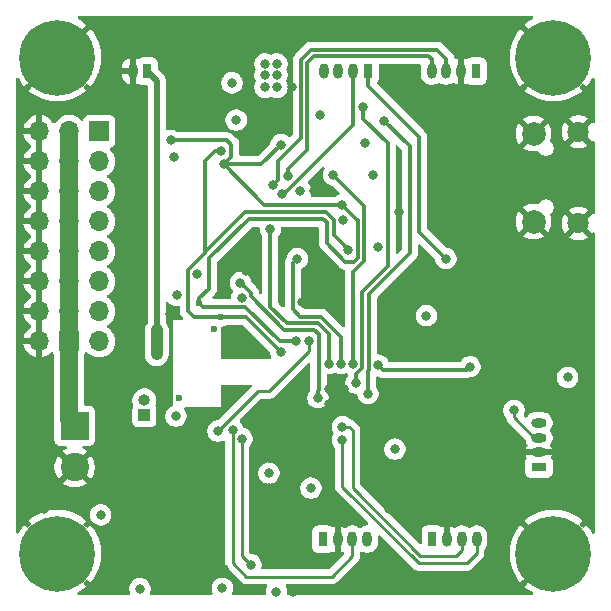
<source format=gbr>
G04 #@! TF.GenerationSoftware,KiCad,Pcbnew,9.0.2*
G04 #@! TF.CreationDate,2025-06-16T10:28:11-04:00*
G04 #@! TF.ProjectId,avionicsboard,6176696f-6e69-4637-9362-6f6172642e6b,rev?*
G04 #@! TF.SameCoordinates,Original*
G04 #@! TF.FileFunction,Copper,L4,Bot*
G04 #@! TF.FilePolarity,Positive*
%FSLAX46Y46*%
G04 Gerber Fmt 4.6, Leading zero omitted, Abs format (unit mm)*
G04 Created by KiCad (PCBNEW 9.0.2) date 2025-06-16 10:28:11*
%MOMM*%
%LPD*%
G01*
G04 APERTURE LIST*
G04 #@! TA.AperFunction,ComponentPad*
%ADD10R,0.800000X1.300000*%
G04 #@! TD*
G04 #@! TA.AperFunction,ComponentPad*
%ADD11O,0.800000X1.300000*%
G04 #@! TD*
G04 #@! TA.AperFunction,ComponentPad*
%ADD12R,1.300000X0.800000*%
G04 #@! TD*
G04 #@! TA.AperFunction,ComponentPad*
%ADD13O,1.300000X0.800000*%
G04 #@! TD*
G04 #@! TA.AperFunction,ComponentPad*
%ADD14R,1.000000X1.000000*%
G04 #@! TD*
G04 #@! TA.AperFunction,ComponentPad*
%ADD15O,1.000000X1.000000*%
G04 #@! TD*
G04 #@! TA.AperFunction,ComponentPad*
%ADD16R,1.700000X1.700000*%
G04 #@! TD*
G04 #@! TA.AperFunction,ComponentPad*
%ADD17O,1.700000X1.700000*%
G04 #@! TD*
G04 #@! TA.AperFunction,ComponentPad*
%ADD18C,0.800000*%
G04 #@! TD*
G04 #@! TA.AperFunction,ComponentPad*
%ADD19C,6.400000*%
G04 #@! TD*
G04 #@! TA.AperFunction,ComponentPad*
%ADD20R,2.400000X2.400000*%
G04 #@! TD*
G04 #@! TA.AperFunction,ComponentPad*
%ADD21C,2.400000*%
G04 #@! TD*
G04 #@! TA.AperFunction,ComponentPad*
%ADD22C,1.800000*%
G04 #@! TD*
G04 #@! TA.AperFunction,ComponentPad*
%ADD23C,2.000000*%
G04 #@! TD*
G04 #@! TA.AperFunction,ViaPad*
%ADD24C,0.800000*%
G04 #@! TD*
G04 #@! TA.AperFunction,ViaPad*
%ADD25C,0.600000*%
G04 #@! TD*
G04 #@! TA.AperFunction,Conductor*
%ADD26C,0.350000*%
G04 #@! TD*
G04 #@! TA.AperFunction,Conductor*
%ADD27C,0.250000*%
G04 #@! TD*
G04 #@! TA.AperFunction,Conductor*
%ADD28C,0.500000*%
G04 #@! TD*
G04 #@! TA.AperFunction,Conductor*
%ADD29C,1.000000*%
G04 #@! TD*
G04 #@! TA.AperFunction,Conductor*
%ADD30C,1.500000*%
G04 #@! TD*
G04 APERTURE END LIST*
D10*
X46482000Y-64770000D03*
D11*
X47732000Y-64770000D03*
X48982000Y-64770000D03*
X50232000Y-64770000D03*
D10*
X55753000Y-64770000D03*
D11*
X57003000Y-64770000D03*
X58253000Y-64770000D03*
X59503000Y-64770000D03*
D12*
X64770000Y-58674000D03*
D13*
X64770000Y-57424000D03*
X64770000Y-56174000D03*
X64770000Y-54924000D03*
D14*
X31369000Y-54292500D03*
D15*
X31369000Y-53022500D03*
D16*
X25000000Y-48000000D03*
D17*
X22460000Y-48000000D03*
X25000000Y-45460000D03*
X22460000Y-45460000D03*
X25000000Y-42920000D03*
X22460000Y-42920000D03*
X25000000Y-40380000D03*
X22460000Y-40380000D03*
X25000000Y-37840000D03*
X22460000Y-37840000D03*
X25000000Y-35300000D03*
X22460000Y-35300000D03*
X25000000Y-32760000D03*
X22460000Y-32760000D03*
X25000000Y-30220000D03*
X22460000Y-30220000D03*
D16*
X27541220Y-30251400D03*
D17*
X27541220Y-32791400D03*
X27541220Y-35331400D03*
X27541220Y-37871400D03*
X27541220Y-40411400D03*
X27541220Y-42951400D03*
X27541220Y-45491400D03*
X27541220Y-48031400D03*
D10*
X50292000Y-25146000D03*
D11*
X49042000Y-25146000D03*
X47792000Y-25146000D03*
X46542000Y-25146000D03*
D10*
X31623000Y-25146000D03*
D11*
X30373000Y-25146000D03*
D18*
X21600000Y-66000000D03*
X22302944Y-64302944D03*
X22302944Y-67697056D03*
X24000000Y-63600000D03*
D19*
X24000000Y-66000000D03*
D18*
X24000000Y-68400000D03*
X25697056Y-64302944D03*
X25697056Y-67697056D03*
X26400000Y-66000000D03*
X63600000Y-66000000D03*
X64302944Y-64302944D03*
X64302944Y-67697056D03*
X66000000Y-63600000D03*
D19*
X66000000Y-66000000D03*
D18*
X66000000Y-68400000D03*
X67697056Y-64302944D03*
X67697056Y-67697056D03*
X68400000Y-66000000D03*
X63600000Y-24000000D03*
X64302944Y-22302944D03*
X64302944Y-25697056D03*
X66000000Y-21600000D03*
D19*
X66000000Y-24000000D03*
D18*
X66000000Y-26400000D03*
X67697056Y-22302944D03*
X67697056Y-25697056D03*
X68400000Y-24000000D03*
X21600000Y-24000000D03*
X22302944Y-22302944D03*
X22302944Y-25697056D03*
X24000000Y-21600000D03*
D19*
X24000000Y-24000000D03*
D18*
X24000000Y-26400000D03*
X25697056Y-22302944D03*
X25697056Y-25697056D03*
X26400000Y-24000000D03*
D10*
X59436000Y-25146000D03*
D11*
X58186000Y-25146000D03*
X56936000Y-25146000D03*
X55686000Y-25146000D03*
D20*
X25463500Y-55181500D03*
D21*
X25463500Y-58681500D03*
D22*
X68117000Y-38038000D03*
D23*
X64317000Y-37888000D03*
X64317000Y-30438000D03*
D22*
X68117000Y-30288000D03*
D24*
X41579800Y-24536400D03*
X38785800Y-26136600D03*
X41579800Y-25501600D03*
X41579800Y-26517600D03*
X42595800Y-24536400D03*
X42595800Y-25501600D03*
X42595800Y-26517600D03*
X35814000Y-42316400D03*
X50723800Y-33934400D03*
X34112200Y-44119800D03*
X33883600Y-32435800D03*
X44577000Y-35306000D03*
X48158400Y-37744400D03*
X67206000Y-51077000D03*
X42545000Y-69215000D03*
X34036000Y-54356000D03*
X39141400Y-29286200D03*
X55245000Y-45847000D03*
X27668500Y-62720500D03*
X30988000Y-68961000D03*
X37966400Y-68929000D03*
X50038000Y-31216600D03*
X45466000Y-60452000D03*
X52578000Y-57150000D03*
X46228000Y-28854400D03*
X51181000Y-40005000D03*
X39598600Y-44348400D03*
X41910000Y-59182000D03*
X42926000Y-31369000D03*
D25*
X36033900Y-44796900D03*
D24*
X33598800Y-31018800D03*
X44196000Y-48031400D03*
X48133000Y-36449000D03*
X38100000Y-33020000D03*
X37515800Y-21463000D03*
X36499800Y-21463000D03*
X39547800Y-21463000D03*
X54610000Y-29210000D03*
X46990000Y-21488400D03*
X48260000Y-52070000D03*
X66040000Y-40640000D03*
X45720000Y-35306000D03*
X36957000Y-58801000D03*
X43942000Y-69215000D03*
X57150000Y-30480000D03*
X57150000Y-29210000D03*
X68580000Y-57150000D03*
X38811200Y-47117000D03*
X22860000Y-62230000D03*
X48260000Y-68580000D03*
X55880000Y-21488400D03*
X29235400Y-25146000D03*
X48260000Y-21488400D03*
X60960000Y-60960000D03*
X27940000Y-52070000D03*
X52578000Y-59944000D03*
X66264000Y-32863000D03*
X63500000Y-62230000D03*
X45720000Y-54610000D03*
X40005000Y-42082000D03*
X55880000Y-29210000D03*
D25*
X29464000Y-62484000D03*
D24*
X38100000Y-67310000D03*
X40640000Y-21590000D03*
X50800000Y-54610000D03*
X60960000Y-59690000D03*
X67310000Y-40640000D03*
X30480000Y-67310000D03*
X50800000Y-55880000D03*
X46990000Y-52070000D03*
X41910000Y-60452000D03*
X50800000Y-21488400D03*
X59690000Y-43180000D03*
X57150000Y-68580000D03*
X53340000Y-62230000D03*
X43180000Y-21590000D03*
X55880000Y-30480000D03*
X58420000Y-68580000D03*
X62230000Y-40640000D03*
X68580000Y-40640000D03*
X26670000Y-52070000D03*
X57150000Y-21488400D03*
X43840400Y-26517600D03*
X52070000Y-60960000D03*
X59690000Y-30480000D03*
X46990000Y-53340000D03*
X60960000Y-41910000D03*
X44704000Y-44704000D03*
X68580000Y-34290000D03*
X58420000Y-43180000D03*
X33528000Y-45720000D03*
X68580000Y-32893000D03*
X52959000Y-37084000D03*
D25*
X34340800Y-52832000D03*
D24*
X68580000Y-55880000D03*
X44450000Y-54610000D03*
X36957000Y-60071000D03*
X68580000Y-54610000D03*
X29210000Y-52070000D03*
X62230000Y-60960000D03*
X59690000Y-29210000D03*
X58420000Y-30480000D03*
X33020000Y-67310000D03*
X59690000Y-68580000D03*
D25*
X37287200Y-46990000D03*
D24*
X52070000Y-62230000D03*
X49530000Y-68580000D03*
X68580000Y-50927000D03*
X49555400Y-21488400D03*
X53340000Y-60960000D03*
X62230000Y-59690000D03*
X50800000Y-68580000D03*
X36957000Y-57531000D03*
X60960000Y-62230000D03*
X59690000Y-41910000D03*
X68580000Y-35560000D03*
X55880000Y-68580000D03*
X64770000Y-40640000D03*
X58674000Y-48895000D03*
X62230000Y-62230000D03*
X68580000Y-58420000D03*
X58420000Y-21488400D03*
X58420000Y-29210000D03*
D25*
X58039000Y-34493200D03*
D24*
X21590000Y-62230000D03*
X29235400Y-24130000D03*
X29235400Y-23114000D03*
X46990000Y-54610000D03*
X45720000Y-21488400D03*
X31750000Y-67310000D03*
X58420000Y-41910000D03*
X63500000Y-40640000D03*
X55880000Y-31750000D03*
X41910000Y-21590000D03*
X42672000Y-54356000D03*
X57150000Y-31750000D03*
X38531800Y-21463000D03*
X41910000Y-57912000D03*
X48260000Y-53340000D03*
D25*
X37846000Y-45974000D03*
D24*
X37846000Y-31877000D03*
X42926000Y-48920400D03*
X48641000Y-40259000D03*
X46064001Y-52795001D03*
X39497000Y-43053202D03*
X32419000Y-47083000D03*
X32419000Y-48107600D03*
X32419000Y-49115000D03*
X58928000Y-50165000D03*
X51181000Y-50038000D03*
X48133000Y-55245000D03*
X48133000Y-56388000D03*
X62661800Y-53873400D03*
X39624000Y-56261000D03*
X40386000Y-66929000D03*
X46990000Y-49911000D03*
X42037000Y-38481000D03*
X48006000Y-49911000D03*
X44323000Y-41021000D03*
X49022000Y-49911000D03*
X47371000Y-33939000D03*
X38862000Y-55499000D03*
X49276000Y-51562000D03*
X49911000Y-28194000D03*
X51689000Y-29337000D03*
X50292000Y-52451000D03*
X56896000Y-41021000D03*
X43053000Y-35560000D03*
X42291000Y-34798000D03*
X43561000Y-34036000D03*
X37592000Y-55626000D03*
X45339000Y-48031400D03*
D26*
X48133000Y-36449000D02*
X48133000Y-36449000D01*
X36848614Y-41002386D02*
X40216990Y-37634010D01*
X38100000Y-33020000D02*
X41275000Y-33020000D01*
X44196000Y-48031400D02*
X42814830Y-48031400D01*
X38735000Y-32385000D02*
X38100000Y-33020000D01*
X36333899Y-45096899D02*
X36033900Y-44796900D01*
X36033900Y-44372636D02*
X36848614Y-43557922D01*
X36033900Y-44796900D02*
X36033900Y-44372636D01*
X40216990Y-37634010D02*
X46508180Y-37634010D01*
X39906831Y-45123401D02*
X36360401Y-45123401D01*
X46833389Y-39721389D02*
X48387000Y-41275000D01*
X36360401Y-45123401D02*
X36333899Y-45096899D01*
X36848614Y-43557922D02*
X36848614Y-41002386D01*
X46508180Y-37634010D02*
X46833389Y-37959219D01*
X38384800Y-31018800D02*
X38735000Y-31369000D01*
X41529000Y-36449000D02*
X48133000Y-36449000D01*
X48387000Y-41275000D02*
X49149000Y-41275000D01*
X49416001Y-37732001D02*
X49403000Y-37719000D01*
X46833389Y-37959219D02*
X46833389Y-39721389D01*
X38735000Y-31369000D02*
X38735000Y-32385000D01*
X41275000Y-33020000D02*
X42926000Y-31369000D01*
X42814830Y-48031400D02*
X39906831Y-45123401D01*
X49416001Y-41007999D02*
X49416001Y-37732001D01*
X38100000Y-33020000D02*
X41529000Y-36449000D01*
X49403000Y-37719000D02*
X48133000Y-36449000D01*
X33598800Y-31018800D02*
X38384800Y-31018800D01*
X49149000Y-41275000D02*
X49416001Y-41007999D01*
D27*
X63488400Y-21488400D02*
X64302944Y-22302944D01*
X58420000Y-21488400D02*
X63488400Y-21488400D01*
X42926000Y-48920400D02*
X42926000Y-48920400D01*
D26*
X48641000Y-40259000D02*
X48641000Y-40259000D01*
X37846000Y-31877000D02*
X37846000Y-31877000D01*
X36470398Y-40513000D02*
X36470398Y-33168398D01*
X39878000Y-37084000D02*
X46736000Y-37084000D01*
X46736000Y-37084000D02*
X47383399Y-37731399D01*
X47383399Y-37731399D02*
X47383399Y-39001399D01*
X47383399Y-39001399D02*
X48241001Y-39859001D01*
X37846000Y-45974000D02*
X39979600Y-45974000D01*
X37846000Y-45974000D02*
X35560000Y-45974000D01*
X36470398Y-40513000D02*
X36470398Y-40491602D01*
X35038999Y-42688401D02*
X35038999Y-41944399D01*
X36470398Y-33168398D02*
X36470398Y-32744602D01*
X39979600Y-45974000D02*
X42926000Y-48920400D01*
X35560000Y-45974000D02*
X35052000Y-45466000D01*
X35052000Y-45466000D02*
X35052000Y-42701402D01*
X36470398Y-32744602D02*
X37338000Y-31877000D01*
X35052000Y-42701402D02*
X35038999Y-42688401D01*
X35038999Y-41944399D02*
X36470398Y-40513000D01*
X37338000Y-31877000D02*
X37846000Y-31877000D01*
X48241001Y-39859001D02*
X48641000Y-40259000D01*
X36470398Y-40491602D02*
X39878000Y-37084000D01*
D27*
X46064001Y-52795001D02*
X46064001Y-52795001D01*
D26*
X43206179Y-47032010D02*
X40373601Y-44199432D01*
X46114001Y-52179316D02*
X46114001Y-47384001D01*
X40373601Y-44199432D02*
X40373601Y-43929803D01*
X46064001Y-52795001D02*
X46064001Y-52229316D01*
X40373601Y-43929803D02*
X39896999Y-43453201D01*
X39896999Y-43453201D02*
X39497000Y-43053202D01*
X45762010Y-47032010D02*
X43206179Y-47032010D01*
X46114001Y-47384001D02*
X45762010Y-47032010D01*
X46064001Y-52229316D02*
X46114001Y-52179316D01*
D28*
X32419000Y-25942000D02*
X31623000Y-25146000D01*
X32419000Y-47083000D02*
X32419000Y-25942000D01*
D29*
X32419000Y-49115000D02*
X32419000Y-48107600D01*
X32419000Y-48107600D02*
X32419000Y-47083000D01*
D26*
X58928000Y-50165000D02*
X58928000Y-50165000D01*
X51580999Y-50437999D02*
X58655001Y-50437999D01*
X51181000Y-50038000D02*
X51580999Y-50437999D01*
X58655001Y-50437999D02*
X58928000Y-50165000D01*
D27*
X49022000Y-60452000D02*
X54737000Y-66167000D01*
X49022000Y-55568315D02*
X49022000Y-60452000D01*
X48133000Y-55245000D02*
X48698685Y-55245000D01*
X57756000Y-66167000D02*
X58253000Y-65670000D01*
X48698685Y-55245000D02*
X49022000Y-55568315D01*
X58253000Y-65670000D02*
X58253000Y-64770000D01*
X54737000Y-66167000D02*
X57756000Y-66167000D01*
X59503000Y-65973000D02*
X59503000Y-64770000D01*
X48133000Y-60325000D02*
X54610000Y-66802000D01*
X54610000Y-66802000D02*
X58674000Y-66802000D01*
X58674000Y-66802000D02*
X59503000Y-65973000D01*
X48133000Y-56388000D02*
X48133000Y-60325000D01*
X64396715Y-56174000D02*
X64770000Y-56174000D01*
X62661800Y-54439085D02*
X64396715Y-56174000D01*
X62661800Y-53873400D02*
X62661800Y-54439085D01*
X40386000Y-66929000D02*
X40386000Y-66929000D01*
X39624000Y-66167000D02*
X40386000Y-66929000D01*
X39624000Y-56261000D02*
X39624000Y-66167000D01*
D26*
X46071520Y-46482000D02*
X43434000Y-46482000D01*
X42037000Y-40889998D02*
X42037000Y-38481000D01*
X46990000Y-49911000D02*
X46990000Y-47400480D01*
X42037000Y-45085000D02*
X42037000Y-40889998D01*
X46990000Y-47400480D02*
X46071520Y-46482000D01*
X43434000Y-46482000D02*
X42037000Y-45085000D01*
X43923001Y-41420999D02*
X44323000Y-41021000D01*
X43923001Y-45320001D02*
X43923001Y-41420999D01*
X48006000Y-47638650D02*
X46299341Y-45931990D01*
X48006000Y-49911000D02*
X48006000Y-47638650D01*
X44534990Y-45931990D02*
X43923001Y-45320001D01*
X46299341Y-45931990D02*
X44534990Y-45931990D01*
D30*
X25000000Y-40380000D02*
X25000000Y-37840000D01*
X25000000Y-42920000D02*
X25000000Y-40380000D01*
X25000000Y-54718000D02*
X25000000Y-48000000D01*
X25000000Y-37840000D02*
X25000000Y-35300000D01*
X25000000Y-32760000D02*
X25000000Y-30220000D01*
X25000000Y-45460000D02*
X25000000Y-42920000D01*
X25463500Y-55181500D02*
X25000000Y-54718000D01*
X25000000Y-35300000D02*
X25000000Y-32760000D01*
X25000000Y-48000000D02*
X25000000Y-45460000D01*
D26*
X49022000Y-42179830D02*
X49966011Y-41235820D01*
X49022000Y-49911000D02*
X49022000Y-42179830D01*
X49966011Y-36534011D02*
X47770999Y-34338999D01*
X47770999Y-34338999D02*
X47371000Y-33939000D01*
X49966011Y-41235820D02*
X49966011Y-36534011D01*
D27*
X47244000Y-67945000D02*
X48982000Y-66207000D01*
X38862000Y-66802000D02*
X40005000Y-67945000D01*
X38862000Y-55499000D02*
X38862000Y-66802000D01*
X48982000Y-66207000D02*
X48982000Y-64770000D01*
X40005000Y-67945000D02*
X47244000Y-67945000D01*
D26*
X49276000Y-50795998D02*
X49797001Y-50274997D01*
X51956001Y-41669001D02*
X51956001Y-31255001D01*
X49911000Y-29210000D02*
X49911000Y-28194000D01*
X49797001Y-50274997D02*
X49797001Y-43828001D01*
X49797001Y-43828001D02*
X51956001Y-41669001D01*
X49276000Y-51562000D02*
X49276000Y-50795998D01*
X51956001Y-31255001D02*
X49911000Y-29210000D01*
X51689000Y-29337000D02*
X51689000Y-29337000D01*
X50405999Y-50443830D02*
X50405999Y-43996833D01*
X50405999Y-43996833D02*
X53848000Y-40554832D01*
X50292000Y-50557829D02*
X50405999Y-50443830D01*
X53848000Y-40554832D02*
X53848000Y-31496000D01*
X53848000Y-31496000D02*
X51689000Y-29337000D01*
X50292000Y-52451000D02*
X50292000Y-50557829D01*
X50292000Y-26416000D02*
X50292000Y-25146000D01*
X54610000Y-38735000D02*
X54610000Y-30734000D01*
X54610000Y-30734000D02*
X50292000Y-26416000D01*
X56896000Y-41021000D02*
X54610000Y-38735000D01*
X43053000Y-35560000D02*
X43175998Y-35560000D01*
X49042000Y-29693998D02*
X49042000Y-26146000D01*
X49042000Y-26146000D02*
X49042000Y-25146000D01*
X43175998Y-35560000D02*
X49042000Y-29693998D01*
X42291000Y-34798000D02*
X42690999Y-34398001D01*
X56115990Y-23325990D02*
X56936000Y-24146000D01*
X42690999Y-32751003D02*
X44615401Y-30826601D01*
X42690999Y-34398001D02*
X42690999Y-32751003D01*
X45492179Y-23325990D02*
X56115990Y-23325990D01*
X56936000Y-24146000D02*
X56936000Y-25146000D01*
X44615401Y-24202768D02*
X45492179Y-23325990D01*
X44615401Y-30826601D02*
X44615401Y-24202768D01*
X43561000Y-33470315D02*
X45165411Y-31865904D01*
X45165411Y-24430589D02*
X45720000Y-23876000D01*
X43561000Y-34036000D02*
X43561000Y-33470315D01*
X55686000Y-24146000D02*
X55686000Y-25146000D01*
X55416000Y-23876000D02*
X55686000Y-24146000D01*
X45165411Y-31865904D02*
X45165411Y-24430589D01*
X45720000Y-23876000D02*
X55416000Y-23876000D01*
D27*
X45339000Y-48031400D02*
X45339000Y-48031400D01*
X37592000Y-55626000D02*
X40970200Y-52247800D01*
X45339000Y-48869600D02*
X45339000Y-48031400D01*
X41960800Y-52247800D02*
X45339000Y-48869600D01*
X40970200Y-52247800D02*
X41960800Y-52247800D01*
G04 #@! TA.AperFunction,Conductor*
G36*
X22714000Y-47569297D02*
G01*
X22652993Y-47534075D01*
X22525826Y-47500000D01*
X22394174Y-47500000D01*
X22267007Y-47534075D01*
X22206000Y-47569297D01*
X22206000Y-45890702D01*
X22267007Y-45925925D01*
X22394174Y-45960000D01*
X22525826Y-45960000D01*
X22652993Y-45925925D01*
X22714000Y-45890702D01*
X22714000Y-47569297D01*
G37*
G04 #@! TD.AperFunction*
G04 #@! TA.AperFunction,Conductor*
G36*
X22714000Y-45029297D02*
G01*
X22652993Y-44994075D01*
X22525826Y-44960000D01*
X22394174Y-44960000D01*
X22267007Y-44994075D01*
X22206000Y-45029297D01*
X22206000Y-43350702D01*
X22267007Y-43385925D01*
X22394174Y-43420000D01*
X22525826Y-43420000D01*
X22652993Y-43385925D01*
X22714000Y-43350702D01*
X22714000Y-45029297D01*
G37*
G04 #@! TD.AperFunction*
G04 #@! TA.AperFunction,Conductor*
G36*
X22714000Y-42489297D02*
G01*
X22652993Y-42454075D01*
X22525826Y-42420000D01*
X22394174Y-42420000D01*
X22267007Y-42454075D01*
X22206000Y-42489297D01*
X22206000Y-40810702D01*
X22267007Y-40845925D01*
X22394174Y-40880000D01*
X22525826Y-40880000D01*
X22652993Y-40845925D01*
X22714000Y-40810702D01*
X22714000Y-42489297D01*
G37*
G04 #@! TD.AperFunction*
G04 #@! TA.AperFunction,Conductor*
G36*
X22714000Y-39949297D02*
G01*
X22652993Y-39914075D01*
X22525826Y-39880000D01*
X22394174Y-39880000D01*
X22267007Y-39914075D01*
X22206000Y-39949297D01*
X22206000Y-38270702D01*
X22267007Y-38305925D01*
X22394174Y-38340000D01*
X22525826Y-38340000D01*
X22652993Y-38305925D01*
X22714000Y-38270702D01*
X22714000Y-39949297D01*
G37*
G04 #@! TD.AperFunction*
G04 #@! TA.AperFunction,Conductor*
G36*
X22714000Y-37409297D02*
G01*
X22652993Y-37374075D01*
X22525826Y-37340000D01*
X22394174Y-37340000D01*
X22267007Y-37374075D01*
X22206000Y-37409297D01*
X22206000Y-35730702D01*
X22267007Y-35765925D01*
X22394174Y-35800000D01*
X22525826Y-35800000D01*
X22652993Y-35765925D01*
X22714000Y-35730702D01*
X22714000Y-37409297D01*
G37*
G04 #@! TD.AperFunction*
G04 #@! TA.AperFunction,Conductor*
G36*
X22714000Y-34869297D02*
G01*
X22652993Y-34834075D01*
X22525826Y-34800000D01*
X22394174Y-34800000D01*
X22267007Y-34834075D01*
X22206000Y-34869297D01*
X22206000Y-33190702D01*
X22267007Y-33225925D01*
X22394174Y-33260000D01*
X22525826Y-33260000D01*
X22652993Y-33225925D01*
X22714000Y-33190702D01*
X22714000Y-34869297D01*
G37*
G04 #@! TD.AperFunction*
G04 #@! TA.AperFunction,Conductor*
G36*
X22714000Y-32329297D02*
G01*
X22652993Y-32294075D01*
X22525826Y-32260000D01*
X22394174Y-32260000D01*
X22267007Y-32294075D01*
X22206000Y-32329297D01*
X22206000Y-30650702D01*
X22267007Y-30685925D01*
X22394174Y-30720000D01*
X22525826Y-30720000D01*
X22652993Y-30685925D01*
X22714000Y-30650702D01*
X22714000Y-32329297D01*
G37*
G04 #@! TD.AperFunction*
G04 #@! TA.AperFunction,Conductor*
G36*
X64183101Y-20501969D02*
G01*
X64188208Y-20500906D01*
X64216818Y-20511869D01*
X64246219Y-20520502D01*
X64249634Y-20524444D01*
X64254504Y-20526310D01*
X64272643Y-20550998D01*
X64292712Y-20574158D01*
X64293454Y-20579320D01*
X64296542Y-20583523D01*
X64298455Y-20614101D01*
X64302816Y-20644432D01*
X64300649Y-20649176D01*
X64300975Y-20654381D01*
X64286048Y-20681145D01*
X64273322Y-20709012D01*
X64268248Y-20713063D01*
X64266395Y-20716387D01*
X64237494Y-20737622D01*
X64091405Y-20815708D01*
X63788481Y-21018115D01*
X63562655Y-21203445D01*
X63562655Y-21203446D01*
X65062577Y-22703368D01*
X64957670Y-22779588D01*
X64779588Y-22957670D01*
X64703368Y-23062577D01*
X63894007Y-22253216D01*
X64052944Y-22253216D01*
X64052944Y-22352672D01*
X64091004Y-22444558D01*
X64161330Y-22514884D01*
X64253216Y-22552944D01*
X64352672Y-22552944D01*
X64444558Y-22514884D01*
X64514884Y-22444558D01*
X64552944Y-22352672D01*
X64552944Y-22253216D01*
X64514884Y-22161330D01*
X64444558Y-22091004D01*
X64352672Y-22052944D01*
X64253216Y-22052944D01*
X64161330Y-22091004D01*
X64091004Y-22161330D01*
X64052944Y-22253216D01*
X63894007Y-22253216D01*
X63203446Y-21562655D01*
X63203445Y-21562655D01*
X63018115Y-21788481D01*
X62815708Y-22091405D01*
X62643965Y-22412713D01*
X62504545Y-22749301D01*
X62504544Y-22749305D01*
X62398782Y-23097956D01*
X62327711Y-23455261D01*
X62327708Y-23455281D01*
X62292000Y-23817831D01*
X62292000Y-24182168D01*
X62327708Y-24544718D01*
X62327711Y-24544738D01*
X62398782Y-24902043D01*
X62504544Y-25250694D01*
X62504545Y-25250698D01*
X62643965Y-25587286D01*
X62815708Y-25908594D01*
X63018110Y-26211510D01*
X63018121Y-26211525D01*
X63203445Y-26437342D01*
X63395508Y-26245280D01*
X63457821Y-26211255D01*
X63528636Y-26216319D01*
X63585472Y-26258866D01*
X63589368Y-26264372D01*
X63593973Y-26271263D01*
X63597266Y-26276191D01*
X63723809Y-26402734D01*
X63735624Y-26410629D01*
X63781152Y-26465104D01*
X63790001Y-26535547D01*
X63759361Y-26599592D01*
X63754719Y-26604489D01*
X63562655Y-26796552D01*
X63788485Y-26981886D01*
X63788491Y-26981891D01*
X64091405Y-27184291D01*
X64412713Y-27356034D01*
X64749301Y-27495454D01*
X64749305Y-27495455D01*
X65097956Y-27601217D01*
X65455261Y-27672288D01*
X65455281Y-27672291D01*
X65817831Y-27707999D01*
X65817847Y-27708000D01*
X66182153Y-27708000D01*
X66182168Y-27707999D01*
X66544718Y-27672291D01*
X66544738Y-27672288D01*
X66902043Y-27601217D01*
X67250694Y-27495455D01*
X67250698Y-27495454D01*
X67587286Y-27356034D01*
X67908594Y-27184291D01*
X68211508Y-26981891D01*
X68211514Y-26981886D01*
X68437343Y-26796552D01*
X68245280Y-26604489D01*
X68211254Y-26542177D01*
X68216319Y-26471362D01*
X68258866Y-26414526D01*
X68264330Y-26410658D01*
X68276191Y-26402734D01*
X68402734Y-26276191D01*
X68410630Y-26264373D01*
X68465101Y-26218847D01*
X68535544Y-26209997D01*
X68599589Y-26240635D01*
X68604489Y-26245280D01*
X68796552Y-26437343D01*
X68981886Y-26211514D01*
X68981891Y-26211508D01*
X69184291Y-25908594D01*
X69262378Y-25762505D01*
X69312130Y-25711857D01*
X69381367Y-25696147D01*
X69448106Y-25720363D01*
X69491158Y-25776816D01*
X69499500Y-25821901D01*
X69499500Y-29407627D01*
X69479498Y-29475748D01*
X69425842Y-29522241D01*
X69355568Y-29532345D01*
X69290988Y-29502851D01*
X69277483Y-29488138D01*
X69276173Y-29488035D01*
X68682807Y-30081401D01*
X68676111Y-30056409D01*
X68597119Y-29919592D01*
X68485408Y-29807881D01*
X68348591Y-29728889D01*
X68323596Y-29722191D01*
X68916963Y-29128824D01*
X68854952Y-29083770D01*
X68657485Y-28983156D01*
X68657483Y-28983155D01*
X68446710Y-28914670D01*
X68227809Y-28880000D01*
X68006191Y-28880000D01*
X67787289Y-28914670D01*
X67576516Y-28983155D01*
X67576514Y-28983156D01*
X67379043Y-29083772D01*
X67317035Y-29128823D01*
X67317035Y-29128825D01*
X67910402Y-29722192D01*
X67885409Y-29728889D01*
X67748592Y-29807881D01*
X67636881Y-29919592D01*
X67557889Y-30056409D01*
X67551192Y-30081402D01*
X66957825Y-29488035D01*
X66957823Y-29488035D01*
X66912772Y-29550043D01*
X66812156Y-29747514D01*
X66812155Y-29747516D01*
X66743670Y-29958289D01*
X66709000Y-30177191D01*
X66709000Y-30398808D01*
X66743670Y-30617710D01*
X66812155Y-30828483D01*
X66812156Y-30828485D01*
X66912770Y-31025952D01*
X66957824Y-31087963D01*
X67551191Y-30494596D01*
X67557889Y-30519591D01*
X67636881Y-30656408D01*
X67748592Y-30768119D01*
X67885409Y-30847111D01*
X67910401Y-30853807D01*
X67317035Y-31447173D01*
X67317035Y-31447174D01*
X67379047Y-31492229D01*
X67576514Y-31592843D01*
X67576516Y-31592844D01*
X67787289Y-31661329D01*
X68006191Y-31696000D01*
X68227809Y-31696000D01*
X68446710Y-31661329D01*
X68657483Y-31592844D01*
X68657485Y-31592843D01*
X68854954Y-31492228D01*
X68854956Y-31492227D01*
X68916963Y-31447175D01*
X68916964Y-31447174D01*
X68323597Y-30853807D01*
X68348591Y-30847111D01*
X68485408Y-30768119D01*
X68597119Y-30656408D01*
X68676111Y-30519591D01*
X68682808Y-30494597D01*
X69276174Y-31087964D01*
X69280203Y-31087646D01*
X69327787Y-31050956D01*
X69398523Y-31044881D01*
X69461315Y-31078013D01*
X69496226Y-31139833D01*
X69499500Y-31168371D01*
X69499500Y-37157627D01*
X69479498Y-37225748D01*
X69425842Y-37272241D01*
X69355568Y-37282345D01*
X69290988Y-37252851D01*
X69277483Y-37238138D01*
X69276173Y-37238035D01*
X68682807Y-37831401D01*
X68676111Y-37806409D01*
X68597119Y-37669592D01*
X68485408Y-37557881D01*
X68348591Y-37478889D01*
X68323596Y-37472191D01*
X68916963Y-36878824D01*
X68854952Y-36833770D01*
X68657485Y-36733156D01*
X68657483Y-36733155D01*
X68446710Y-36664670D01*
X68227809Y-36630000D01*
X68006191Y-36630000D01*
X67787289Y-36664670D01*
X67576516Y-36733155D01*
X67576514Y-36733156D01*
X67379043Y-36833772D01*
X67317035Y-36878823D01*
X67317035Y-36878825D01*
X67910402Y-37472192D01*
X67885409Y-37478889D01*
X67748592Y-37557881D01*
X67636881Y-37669592D01*
X67557889Y-37806409D01*
X67551192Y-37831402D01*
X66957825Y-37238035D01*
X66957823Y-37238035D01*
X66912772Y-37300043D01*
X66812156Y-37497514D01*
X66812155Y-37497516D01*
X66743670Y-37708289D01*
X66709000Y-37927191D01*
X66709000Y-38148808D01*
X66743670Y-38367710D01*
X66812155Y-38578483D01*
X66812156Y-38578485D01*
X66912770Y-38775952D01*
X66957824Y-38837963D01*
X67551191Y-38244596D01*
X67557889Y-38269591D01*
X67636881Y-38406408D01*
X67748592Y-38518119D01*
X67885409Y-38597111D01*
X67910401Y-38603807D01*
X67317035Y-39197173D01*
X67317035Y-39197174D01*
X67379047Y-39242229D01*
X67576514Y-39342843D01*
X67576516Y-39342844D01*
X67787289Y-39411329D01*
X68006191Y-39446000D01*
X68227809Y-39446000D01*
X68446710Y-39411329D01*
X68657483Y-39342844D01*
X68657485Y-39342843D01*
X68854954Y-39242228D01*
X68854956Y-39242227D01*
X68916963Y-39197175D01*
X68916964Y-39197174D01*
X68323597Y-38603807D01*
X68348591Y-38597111D01*
X68485408Y-38518119D01*
X68597119Y-38406408D01*
X68676111Y-38269591D01*
X68682808Y-38244597D01*
X69276174Y-38837964D01*
X69280203Y-38837646D01*
X69327787Y-38800956D01*
X69398523Y-38794881D01*
X69461315Y-38828013D01*
X69496226Y-38889833D01*
X69499500Y-38918371D01*
X69499500Y-64178098D01*
X69479498Y-64246219D01*
X69425842Y-64292712D01*
X69355568Y-64302816D01*
X69290988Y-64273322D01*
X69262378Y-64237494D01*
X69184291Y-64091405D01*
X68981891Y-63788491D01*
X68981886Y-63788485D01*
X68796552Y-63562655D01*
X68604489Y-63754719D01*
X68542177Y-63788744D01*
X68471361Y-63783679D01*
X68414526Y-63741132D01*
X68410637Y-63735636D01*
X68402734Y-63723809D01*
X68276191Y-63597266D01*
X68276184Y-63597261D01*
X68264372Y-63589368D01*
X68218845Y-63534891D01*
X68209998Y-63464447D01*
X68240640Y-63400404D01*
X68245280Y-63395508D01*
X68437343Y-63203445D01*
X68211525Y-63018121D01*
X68211510Y-63018110D01*
X67908594Y-62815708D01*
X67587286Y-62643965D01*
X67250698Y-62504545D01*
X67250694Y-62504544D01*
X66902043Y-62398782D01*
X66544738Y-62327711D01*
X66544718Y-62327708D01*
X66182168Y-62292000D01*
X65817831Y-62292000D01*
X65455281Y-62327708D01*
X65455261Y-62327711D01*
X65097956Y-62398782D01*
X64749305Y-62504544D01*
X64749301Y-62504545D01*
X64412713Y-62643965D01*
X64091405Y-62815708D01*
X63788481Y-63018115D01*
X63562655Y-63203445D01*
X63562655Y-63203446D01*
X65062577Y-64703368D01*
X64957670Y-64779588D01*
X64779588Y-64957670D01*
X64703368Y-65062577D01*
X63894007Y-64253216D01*
X64052944Y-64253216D01*
X64052944Y-64352672D01*
X64091004Y-64444558D01*
X64161330Y-64514884D01*
X64253216Y-64552944D01*
X64352672Y-64552944D01*
X64444558Y-64514884D01*
X64514884Y-64444558D01*
X64552944Y-64352672D01*
X64552944Y-64253216D01*
X64514884Y-64161330D01*
X64444558Y-64091004D01*
X64352672Y-64052944D01*
X64253216Y-64052944D01*
X64161330Y-64091004D01*
X64091004Y-64161330D01*
X64052944Y-64253216D01*
X63894007Y-64253216D01*
X63203446Y-63562655D01*
X63203445Y-63562655D01*
X63018115Y-63788481D01*
X62815708Y-64091405D01*
X62643965Y-64412713D01*
X62504545Y-64749301D01*
X62504544Y-64749305D01*
X62398782Y-65097956D01*
X62327711Y-65455261D01*
X62327708Y-65455281D01*
X62292000Y-65817831D01*
X62292000Y-66182168D01*
X62327708Y-66544718D01*
X62327711Y-66544738D01*
X62398782Y-66902043D01*
X62504544Y-67250694D01*
X62504545Y-67250698D01*
X62643965Y-67587286D01*
X62815708Y-67908594D01*
X63018110Y-68211510D01*
X63018121Y-68211525D01*
X63203445Y-68437342D01*
X63395508Y-68245280D01*
X63457821Y-68211255D01*
X63528636Y-68216319D01*
X63585472Y-68258866D01*
X63589368Y-68264372D01*
X63597263Y-68276187D01*
X63597266Y-68276191D01*
X63723809Y-68402734D01*
X63735624Y-68410629D01*
X63781152Y-68465104D01*
X63790001Y-68535547D01*
X63759361Y-68599592D01*
X63754719Y-68604489D01*
X63562655Y-68796552D01*
X63788485Y-68981886D01*
X63788491Y-68981891D01*
X64091405Y-69184291D01*
X64237494Y-69262378D01*
X64288142Y-69312130D01*
X64303852Y-69381367D01*
X64279636Y-69448106D01*
X64223182Y-69491158D01*
X64178098Y-69499500D01*
X43568240Y-69499500D01*
X43500119Y-69479498D01*
X43453626Y-69425842D01*
X43443522Y-69355568D01*
X43444661Y-69348919D01*
X43453499Y-69304484D01*
X43453500Y-69304477D01*
X43453500Y-69125522D01*
X43453499Y-69125518D01*
X43445695Y-69086283D01*
X43418587Y-68950000D01*
X43350102Y-68784664D01*
X43343310Y-68774500D01*
X43322097Y-68706748D01*
X43340880Y-68638281D01*
X43393698Y-68590839D01*
X43448077Y-68578500D01*
X47306393Y-68578500D01*
X47306394Y-68578500D01*
X47428785Y-68554155D01*
X47544075Y-68506400D01*
X47647833Y-68437071D01*
X49474071Y-66610833D01*
X49543400Y-66507075D01*
X49591155Y-66391785D01*
X49615500Y-66269394D01*
X49615500Y-66144606D01*
X49615500Y-65935813D01*
X49635502Y-65867692D01*
X49689158Y-65821199D01*
X49759432Y-65811095D01*
X49795823Y-65823028D01*
X49795946Y-65822733D01*
X49799841Y-65824346D01*
X49800904Y-65824695D01*
X49801659Y-65825099D01*
X49801664Y-65825102D01*
X49967000Y-65893587D01*
X50142521Y-65928500D01*
X50142522Y-65928500D01*
X50321478Y-65928500D01*
X50321479Y-65928500D01*
X50497000Y-65893587D01*
X50662336Y-65825102D01*
X50811135Y-65725678D01*
X50937678Y-65599135D01*
X51037102Y-65450336D01*
X51105587Y-65285000D01*
X51140500Y-65109479D01*
X51140500Y-64532594D01*
X51160502Y-64464473D01*
X51214158Y-64417980D01*
X51284432Y-64407876D01*
X51349012Y-64437370D01*
X51355595Y-64443499D01*
X54117929Y-67205833D01*
X54206167Y-67294071D01*
X54309925Y-67363400D01*
X54425215Y-67411155D01*
X54547606Y-67435500D01*
X54547607Y-67435500D01*
X58736393Y-67435500D01*
X58736394Y-67435500D01*
X58858785Y-67411155D01*
X58974075Y-67363400D01*
X59077833Y-67294071D01*
X59995071Y-66376833D01*
X60064400Y-66273075D01*
X60112155Y-66157785D01*
X60136500Y-66035394D01*
X60136500Y-65910606D01*
X60136500Y-65723503D01*
X60156502Y-65655382D01*
X60173405Y-65634408D01*
X60182481Y-65625332D01*
X60208678Y-65599135D01*
X60308102Y-65450336D01*
X60376587Y-65285000D01*
X60411500Y-65109479D01*
X60411500Y-64430521D01*
X60376587Y-64255000D01*
X60308102Y-64089664D01*
X60208678Y-63940865D01*
X60082135Y-63814322D01*
X59933336Y-63714898D01*
X59816429Y-63666473D01*
X59768003Y-63646414D01*
X59768001Y-63646413D01*
X59768000Y-63646413D01*
X59679645Y-63628838D01*
X59592481Y-63611500D01*
X59592479Y-63611500D01*
X59413521Y-63611500D01*
X59413518Y-63611500D01*
X59282771Y-63637507D01*
X59238000Y-63646413D01*
X59237999Y-63646413D01*
X59237996Y-63646414D01*
X59072662Y-63714899D01*
X58948002Y-63798194D01*
X58880249Y-63819409D01*
X58811782Y-63800626D01*
X58807998Y-63798194D01*
X58745954Y-63756738D01*
X58683336Y-63714898D01*
X58566429Y-63666473D01*
X58518003Y-63646414D01*
X58518001Y-63646413D01*
X58518000Y-63646413D01*
X58429645Y-63628838D01*
X58342481Y-63611500D01*
X58342479Y-63611500D01*
X58163521Y-63611500D01*
X58163518Y-63611500D01*
X58032771Y-63637507D01*
X57988000Y-63646413D01*
X57987999Y-63646413D01*
X57987996Y-63646414D01*
X57822663Y-63714898D01*
X57697550Y-63798496D01*
X57629797Y-63819710D01*
X57561331Y-63800927D01*
X57557547Y-63798495D01*
X57433098Y-63715341D01*
X57267857Y-63646895D01*
X57267854Y-63646894D01*
X57257000Y-63644735D01*
X57257000Y-64644000D01*
X57242235Y-64694283D01*
X57214940Y-64628386D01*
X57144614Y-64558060D01*
X57052728Y-64520000D01*
X56953272Y-64520000D01*
X56861386Y-64558060D01*
X56791060Y-64628386D01*
X56762095Y-64698314D01*
X56760386Y-64696342D01*
X56749000Y-64644000D01*
X56749000Y-63644735D01*
X56738145Y-63646894D01*
X56738142Y-63646895D01*
X56567182Y-63717710D01*
X56566175Y-63715281D01*
X56507228Y-63726786D01*
X56443402Y-63702197D01*
X56399204Y-63669111D01*
X56399202Y-63669110D01*
X56399201Y-63669109D01*
X56262204Y-63618011D01*
X56262196Y-63618009D01*
X56201649Y-63611500D01*
X56201638Y-63611500D01*
X55304362Y-63611500D01*
X55304350Y-63611500D01*
X55243803Y-63618009D01*
X55243795Y-63618011D01*
X55106797Y-63669110D01*
X55106792Y-63669112D01*
X54989738Y-63756738D01*
X54902112Y-63873792D01*
X54902110Y-63873797D01*
X54851011Y-64010795D01*
X54851009Y-64010803D01*
X54844500Y-64071350D01*
X54844500Y-65074405D01*
X54824498Y-65142526D01*
X54770842Y-65189019D01*
X54700568Y-65199123D01*
X54635988Y-65169629D01*
X54629405Y-65163500D01*
X49692405Y-60226500D01*
X49658379Y-60164188D01*
X49655500Y-60137405D01*
X49655500Y-58225350D01*
X63611500Y-58225350D01*
X63611500Y-59122649D01*
X63618009Y-59183196D01*
X63618011Y-59183204D01*
X63669110Y-59320202D01*
X63669112Y-59320207D01*
X63756738Y-59437261D01*
X63873792Y-59524887D01*
X63873794Y-59524888D01*
X63873796Y-59524889D01*
X63923694Y-59543500D01*
X64010795Y-59575988D01*
X64010803Y-59575990D01*
X64071350Y-59582499D01*
X64071355Y-59582499D01*
X64071362Y-59582500D01*
X64071368Y-59582500D01*
X65468632Y-59582500D01*
X65468638Y-59582500D01*
X65468645Y-59582499D01*
X65468649Y-59582499D01*
X65529196Y-59575990D01*
X65529199Y-59575989D01*
X65529201Y-59575989D01*
X65666204Y-59524889D01*
X65783261Y-59437261D01*
X65870889Y-59320204D01*
X65921989Y-59183201D01*
X65924310Y-59161619D01*
X65928499Y-59122649D01*
X65928500Y-59122632D01*
X65928500Y-58225367D01*
X65928499Y-58225350D01*
X65921990Y-58164803D01*
X65921988Y-58164795D01*
X65870890Y-58027799D01*
X65870889Y-58027797D01*
X65870889Y-58027796D01*
X65837800Y-57983595D01*
X65812991Y-57917078D01*
X65825185Y-57861017D01*
X65822290Y-57859818D01*
X65893104Y-57688857D01*
X65893105Y-57688854D01*
X65895265Y-57678000D01*
X63644735Y-57678000D01*
X63646894Y-57688854D01*
X63646895Y-57688857D01*
X63717710Y-57859818D01*
X63714935Y-57860967D01*
X63726953Y-57917813D01*
X63702197Y-57983597D01*
X63669113Y-58027792D01*
X63669110Y-58027797D01*
X63618011Y-58164795D01*
X63618009Y-58164803D01*
X63611500Y-58225350D01*
X49655500Y-58225350D01*
X49655500Y-57060518D01*
X51669500Y-57060518D01*
X51669500Y-57239481D01*
X51683006Y-57307379D01*
X51704413Y-57415000D01*
X51772898Y-57580336D01*
X51872322Y-57729135D01*
X51998865Y-57855678D01*
X52147664Y-57955102D01*
X52313000Y-58023587D01*
X52488521Y-58058500D01*
X52488522Y-58058500D01*
X52667478Y-58058500D01*
X52667479Y-58058500D01*
X52843000Y-58023587D01*
X53008336Y-57955102D01*
X53157135Y-57855678D01*
X53283678Y-57729135D01*
X53383102Y-57580336D01*
X53451587Y-57415000D01*
X53459688Y-57374272D01*
X64520000Y-57374272D01*
X64520000Y-57473728D01*
X64558060Y-57565614D01*
X64628386Y-57635940D01*
X64720272Y-57674000D01*
X64819728Y-57674000D01*
X64911614Y-57635940D01*
X64981940Y-57565614D01*
X65020000Y-57473728D01*
X65020000Y-57374272D01*
X64981940Y-57282386D01*
X64911614Y-57212060D01*
X64819728Y-57174000D01*
X64720272Y-57174000D01*
X64628386Y-57212060D01*
X64558060Y-57282386D01*
X64520000Y-57374272D01*
X53459688Y-57374272D01*
X53486500Y-57239479D01*
X53486500Y-57060521D01*
X53451587Y-56885000D01*
X53383102Y-56719664D01*
X53283678Y-56570865D01*
X53157135Y-56444322D01*
X53008336Y-56344898D01*
X52875693Y-56289955D01*
X52843003Y-56276414D01*
X52843001Y-56276413D01*
X52843000Y-56276413D01*
X52754645Y-56258838D01*
X52667481Y-56241500D01*
X52667479Y-56241500D01*
X52488521Y-56241500D01*
X52488518Y-56241500D01*
X52380799Y-56262927D01*
X52313000Y-56276413D01*
X52312999Y-56276413D01*
X52312996Y-56276414D01*
X52147662Y-56344899D01*
X51998869Y-56444319D01*
X51998862Y-56444324D01*
X51872324Y-56570862D01*
X51872319Y-56570869D01*
X51772899Y-56719662D01*
X51704414Y-56884996D01*
X51704413Y-56884999D01*
X51704413Y-56885000D01*
X51702149Y-56896382D01*
X51669500Y-57060518D01*
X49655500Y-57060518D01*
X49655500Y-55505922D01*
X49655499Y-55505918D01*
X49631155Y-55383530D01*
X49583400Y-55268240D01*
X49514071Y-55164482D01*
X49425833Y-55076244D01*
X49102518Y-54752929D01*
X48998760Y-54683600D01*
X48903037Y-54643950D01*
X48883473Y-54635846D01*
X48883471Y-54635845D01*
X48883470Y-54635845D01*
X48827566Y-54624725D01*
X48764657Y-54591816D01*
X48763054Y-54590241D01*
X48712137Y-54539324D01*
X48712135Y-54539322D01*
X48563336Y-54439898D01*
X48446429Y-54391473D01*
X48398003Y-54371414D01*
X48398001Y-54371413D01*
X48398000Y-54371413D01*
X48309645Y-54353838D01*
X48222481Y-54336500D01*
X48222479Y-54336500D01*
X48043521Y-54336500D01*
X48043518Y-54336500D01*
X47912771Y-54362507D01*
X47868000Y-54371413D01*
X47867999Y-54371413D01*
X47867996Y-54371414D01*
X47736902Y-54425716D01*
X47732545Y-54427521D01*
X47702662Y-54439899D01*
X47553869Y-54539319D01*
X47553862Y-54539324D01*
X47427324Y-54665862D01*
X47427319Y-54665869D01*
X47369147Y-54752931D01*
X47327898Y-54814664D01*
X47316935Y-54841132D01*
X47259414Y-54979996D01*
X47224500Y-55155518D01*
X47224500Y-55334481D01*
X47229775Y-55361000D01*
X47258047Y-55503135D01*
X47259414Y-55510003D01*
X47327898Y-55675336D01*
X47375447Y-55746499D01*
X47396661Y-55814252D01*
X47377877Y-55882719D01*
X47375447Y-55886501D01*
X47327898Y-55957663D01*
X47259414Y-56122996D01*
X47224500Y-56298518D01*
X47224500Y-56477481D01*
X47234151Y-56526000D01*
X47259413Y-56653000D01*
X47327898Y-56818336D01*
X47427322Y-56967135D01*
X47427324Y-56967137D01*
X47462595Y-57002408D01*
X47496621Y-57064720D01*
X47499500Y-57091503D01*
X47499500Y-60387396D01*
X47499919Y-60389500D01*
X47523845Y-60509785D01*
X47571600Y-60625075D01*
X47640929Y-60728833D01*
X47640931Y-60728835D01*
X50308501Y-63396405D01*
X50342527Y-63458717D01*
X50337462Y-63529532D01*
X50294915Y-63586368D01*
X50228395Y-63611179D01*
X50219406Y-63611500D01*
X50142518Y-63611500D01*
X50011771Y-63637507D01*
X49967000Y-63646413D01*
X49966999Y-63646413D01*
X49966996Y-63646414D01*
X49801662Y-63714899D01*
X49677002Y-63798194D01*
X49609249Y-63819409D01*
X49540782Y-63800626D01*
X49536998Y-63798194D01*
X49474954Y-63756738D01*
X49412336Y-63714898D01*
X49295429Y-63666473D01*
X49247003Y-63646414D01*
X49247001Y-63646413D01*
X49247000Y-63646413D01*
X49158645Y-63628838D01*
X49071481Y-63611500D01*
X49071479Y-63611500D01*
X48892521Y-63611500D01*
X48892518Y-63611500D01*
X48761771Y-63637507D01*
X48717000Y-63646413D01*
X48716999Y-63646413D01*
X48716996Y-63646414D01*
X48551663Y-63714898D01*
X48426550Y-63798496D01*
X48358797Y-63819710D01*
X48290331Y-63800927D01*
X48286547Y-63798495D01*
X48162098Y-63715341D01*
X47996857Y-63646895D01*
X47996854Y-63646894D01*
X47986000Y-63644735D01*
X47986000Y-65895262D01*
X47996858Y-65893104D01*
X47996862Y-65893103D01*
X48099824Y-65850454D01*
X48170413Y-65842864D01*
X48233901Y-65874642D01*
X48270129Y-65935700D01*
X48267595Y-66006652D01*
X48237138Y-66055957D01*
X47018501Y-67274595D01*
X46956189Y-67308620D01*
X46929406Y-67311500D01*
X41389746Y-67311500D01*
X41321625Y-67291498D01*
X41275132Y-67237842D01*
X41265028Y-67167568D01*
X41266167Y-67160918D01*
X41268571Y-67148832D01*
X41294500Y-67018479D01*
X41294500Y-66839521D01*
X41259587Y-66664000D01*
X41191102Y-66498664D01*
X41091678Y-66349865D01*
X40965135Y-66223322D01*
X40816336Y-66123898D01*
X40699429Y-66075473D01*
X40651003Y-66055414D01*
X40651001Y-66055413D01*
X40651000Y-66055413D01*
X40550347Y-66035392D01*
X40475481Y-66020500D01*
X40475479Y-66020500D01*
X40425595Y-66020500D01*
X40395677Y-66011715D01*
X40365208Y-66005087D01*
X40360113Y-66001272D01*
X40357474Y-66000498D01*
X40336498Y-65983594D01*
X40294403Y-65941498D01*
X40260379Y-65879186D01*
X40257500Y-65852404D01*
X40257500Y-64071350D01*
X45573500Y-64071350D01*
X45573500Y-65468649D01*
X45580009Y-65529196D01*
X45580011Y-65529204D01*
X45631110Y-65666202D01*
X45631112Y-65666207D01*
X45718738Y-65783261D01*
X45835792Y-65870887D01*
X45835794Y-65870888D01*
X45835796Y-65870889D01*
X45894875Y-65892924D01*
X45972795Y-65921988D01*
X45972803Y-65921990D01*
X46033350Y-65928499D01*
X46033355Y-65928499D01*
X46033362Y-65928500D01*
X46033368Y-65928500D01*
X46930632Y-65928500D01*
X46930638Y-65928500D01*
X46930645Y-65928499D01*
X46930649Y-65928499D01*
X46991196Y-65921990D01*
X46991197Y-65921989D01*
X46991201Y-65921989D01*
X47128204Y-65870889D01*
X47172401Y-65837803D01*
X47238918Y-65812991D01*
X47295059Y-65824999D01*
X47296182Y-65822290D01*
X47467142Y-65893104D01*
X47467141Y-65893104D01*
X47478000Y-65895263D01*
X47478000Y-64720272D01*
X47482000Y-64720272D01*
X47482000Y-64819728D01*
X47520060Y-64911614D01*
X47590386Y-64981940D01*
X47682272Y-65020000D01*
X47781728Y-65020000D01*
X47873614Y-64981940D01*
X47943940Y-64911614D01*
X47982000Y-64819728D01*
X47982000Y-64720272D01*
X47943940Y-64628386D01*
X47873614Y-64558060D01*
X47781728Y-64520000D01*
X47682272Y-64520000D01*
X47590386Y-64558060D01*
X47520060Y-64628386D01*
X47482000Y-64720272D01*
X47478000Y-64720272D01*
X47478000Y-63644735D01*
X47467145Y-63646894D01*
X47467142Y-63646895D01*
X47296182Y-63717710D01*
X47295175Y-63715281D01*
X47236228Y-63726786D01*
X47172402Y-63702197D01*
X47128204Y-63669111D01*
X47128202Y-63669110D01*
X47128201Y-63669109D01*
X46991204Y-63618011D01*
X46991196Y-63618009D01*
X46930649Y-63611500D01*
X46930638Y-63611500D01*
X46033362Y-63611500D01*
X46033350Y-63611500D01*
X45972803Y-63618009D01*
X45972795Y-63618011D01*
X45835797Y-63669110D01*
X45835792Y-63669112D01*
X45718738Y-63756738D01*
X45631112Y-63873792D01*
X45631110Y-63873797D01*
X45580011Y-64010795D01*
X45580009Y-64010803D01*
X45573500Y-64071350D01*
X40257500Y-64071350D01*
X40257500Y-60362518D01*
X44557500Y-60362518D01*
X44557500Y-60362521D01*
X44557500Y-60541479D01*
X44592413Y-60717000D01*
X44660898Y-60882336D01*
X44760322Y-61031135D01*
X44886865Y-61157678D01*
X45035664Y-61257102D01*
X45201000Y-61325587D01*
X45376521Y-61360500D01*
X45376522Y-61360500D01*
X45555478Y-61360500D01*
X45555479Y-61360500D01*
X45731000Y-61325587D01*
X45896336Y-61257102D01*
X46045135Y-61157678D01*
X46171678Y-61031135D01*
X46271102Y-60882336D01*
X46339587Y-60717000D01*
X46374500Y-60541479D01*
X46374500Y-60362521D01*
X46339587Y-60187000D01*
X46271102Y-60021664D01*
X46171678Y-59872865D01*
X46045135Y-59746322D01*
X45896336Y-59646898D01*
X45740867Y-59582500D01*
X45731003Y-59578414D01*
X45731001Y-59578413D01*
X45731000Y-59578413D01*
X45642645Y-59560838D01*
X45555481Y-59543500D01*
X45555479Y-59543500D01*
X45376521Y-59543500D01*
X45376518Y-59543500D01*
X45245771Y-59569507D01*
X45201000Y-59578413D01*
X45200999Y-59578413D01*
X45200996Y-59578414D01*
X45035662Y-59646899D01*
X44886869Y-59746319D01*
X44886862Y-59746324D01*
X44760324Y-59872862D01*
X44760319Y-59872869D01*
X44660899Y-60021662D01*
X44592414Y-60186996D01*
X44557500Y-60362518D01*
X40257500Y-60362518D01*
X40257500Y-59092518D01*
X41001500Y-59092518D01*
X41001500Y-59271481D01*
X41018838Y-59358645D01*
X41036413Y-59447000D01*
X41104898Y-59612336D01*
X41204322Y-59761135D01*
X41330865Y-59887678D01*
X41479664Y-59987102D01*
X41645000Y-60055587D01*
X41820521Y-60090500D01*
X41820522Y-60090500D01*
X41999478Y-60090500D01*
X41999479Y-60090500D01*
X42175000Y-60055587D01*
X42340336Y-59987102D01*
X42489135Y-59887678D01*
X42615678Y-59761135D01*
X42715102Y-59612336D01*
X42783587Y-59447000D01*
X42818500Y-59271479D01*
X42818500Y-59092521D01*
X42783587Y-58917000D01*
X42715102Y-58751664D01*
X42615678Y-58602865D01*
X42489135Y-58476322D01*
X42340336Y-58376898D01*
X42223429Y-58328473D01*
X42175003Y-58308414D01*
X42175001Y-58308413D01*
X42175000Y-58308413D01*
X42086645Y-58290838D01*
X41999481Y-58273500D01*
X41999479Y-58273500D01*
X41820521Y-58273500D01*
X41820518Y-58273500D01*
X41689771Y-58299507D01*
X41645000Y-58308413D01*
X41644999Y-58308413D01*
X41644996Y-58308414D01*
X41479662Y-58376899D01*
X41330869Y-58476319D01*
X41330862Y-58476324D01*
X41204324Y-58602862D01*
X41204319Y-58602869D01*
X41104899Y-58751662D01*
X41036414Y-58916996D01*
X41001500Y-59092518D01*
X40257500Y-59092518D01*
X40257500Y-56964503D01*
X40277502Y-56896382D01*
X40294405Y-56875408D01*
X40304145Y-56865668D01*
X40329678Y-56840135D01*
X40429102Y-56691336D01*
X40497587Y-56526000D01*
X40532500Y-56350479D01*
X40532500Y-56171521D01*
X40497587Y-55996000D01*
X40429102Y-55830664D01*
X40329678Y-55681865D01*
X40203135Y-55555322D01*
X40054336Y-55455898D01*
X39889000Y-55387413D01*
X39888998Y-55387412D01*
X39888994Y-55387411D01*
X39843609Y-55378383D01*
X39780700Y-55345475D01*
X39745570Y-55283779D01*
X39744614Y-55279385D01*
X39735587Y-55234000D01*
X39667102Y-55068664D01*
X39567678Y-54919865D01*
X39469953Y-54822140D01*
X39435927Y-54759828D01*
X39440992Y-54689013D01*
X39469953Y-54643950D01*
X40323902Y-53790002D01*
X40329986Y-53783918D01*
X61753300Y-53783918D01*
X61753300Y-53783921D01*
X61753300Y-53962879D01*
X61788213Y-54138400D01*
X61856698Y-54303736D01*
X61956122Y-54452535D01*
X61956124Y-54452537D01*
X62007041Y-54503454D01*
X62041067Y-54565766D01*
X62041525Y-54567966D01*
X62052074Y-54621000D01*
X62052646Y-54623873D01*
X62060962Y-54643950D01*
X62100400Y-54739160D01*
X62169729Y-54842918D01*
X62169731Y-54842920D01*
X63589738Y-56262927D01*
X63623764Y-56325239D01*
X63624222Y-56327440D01*
X63644842Y-56431102D01*
X63646413Y-56439000D01*
X63714898Y-56604336D01*
X63798495Y-56729448D01*
X63819710Y-56797201D01*
X63800927Y-56865668D01*
X63798495Y-56869452D01*
X63715341Y-56993901D01*
X63646895Y-57159142D01*
X63646894Y-57159145D01*
X63644735Y-57170000D01*
X65895264Y-57170000D01*
X65893105Y-57159145D01*
X65893104Y-57159142D01*
X65824658Y-56993901D01*
X65741504Y-56869452D01*
X65720289Y-56801699D01*
X65739072Y-56733232D01*
X65741476Y-56729491D01*
X65825102Y-56604336D01*
X65893587Y-56439000D01*
X65928500Y-56263479D01*
X65928500Y-56084521D01*
X65893587Y-55909000D01*
X65825102Y-55743664D01*
X65741804Y-55618999D01*
X65720590Y-55551249D01*
X65739373Y-55482782D01*
X65741785Y-55479028D01*
X65825102Y-55354336D01*
X65893587Y-55189000D01*
X65928500Y-55013479D01*
X65928500Y-54834521D01*
X65893587Y-54659000D01*
X65825102Y-54493664D01*
X65725678Y-54344865D01*
X65599135Y-54218322D01*
X65450336Y-54118898D01*
X65333429Y-54070473D01*
X65285003Y-54050414D01*
X65285001Y-54050413D01*
X65285000Y-54050413D01*
X65196645Y-54032838D01*
X65109481Y-54015500D01*
X65109479Y-54015500D01*
X64430521Y-54015500D01*
X64430518Y-54015500D01*
X64299771Y-54041507D01*
X64255000Y-54050413D01*
X64254999Y-54050413D01*
X64254996Y-54050414D01*
X64089662Y-54118899D01*
X63940869Y-54218319D01*
X63940862Y-54218324D01*
X63814324Y-54344862D01*
X63814319Y-54344869D01*
X63759093Y-54427521D01*
X63742665Y-54441249D01*
X63729837Y-54458387D01*
X63715972Y-54463558D01*
X63704616Y-54473049D01*
X63683373Y-54475717D01*
X63663317Y-54483198D01*
X63648857Y-54480052D01*
X63634173Y-54481897D01*
X63614860Y-54472657D01*
X63593943Y-54468107D01*
X63573744Y-54452985D01*
X63570129Y-54451256D01*
X63565233Y-54446614D01*
X63513386Y-54394767D01*
X63479360Y-54332455D01*
X63484425Y-54261640D01*
X63486061Y-54257482D01*
X63535387Y-54138400D01*
X63570300Y-53962879D01*
X63570300Y-53783921D01*
X63535387Y-53608400D01*
X63466902Y-53443064D01*
X63367478Y-53294265D01*
X63240935Y-53167722D01*
X63092136Y-53068298D01*
X62975229Y-53019873D01*
X62926803Y-52999814D01*
X62926801Y-52999813D01*
X62926800Y-52999813D01*
X62838445Y-52982238D01*
X62751281Y-52964900D01*
X62751279Y-52964900D01*
X62572321Y-52964900D01*
X62572318Y-52964900D01*
X62441571Y-52990907D01*
X62396800Y-52999813D01*
X62396799Y-52999813D01*
X62396796Y-52999814D01*
X62231462Y-53068299D01*
X62082669Y-53167719D01*
X62082662Y-53167724D01*
X61956124Y-53294262D01*
X61956119Y-53294269D01*
X61856699Y-53443062D01*
X61788214Y-53608396D01*
X61753300Y-53783918D01*
X40329986Y-53783918D01*
X41195699Y-52918205D01*
X41258011Y-52884179D01*
X41284794Y-52881300D01*
X42023193Y-52881300D01*
X42023194Y-52881300D01*
X42145585Y-52856955D01*
X42260875Y-52809200D01*
X42364633Y-52739871D01*
X45215406Y-49889098D01*
X45277718Y-49855072D01*
X45348533Y-49860137D01*
X45405369Y-49902684D01*
X45430180Y-49969204D01*
X45430501Y-49978193D01*
X45430501Y-51947584D01*
X45426535Y-51978950D01*
X45424318Y-51987574D01*
X45406767Y-52029947D01*
X45384651Y-52141135D01*
X45383974Y-52144534D01*
X45383971Y-52144549D01*
X45379534Y-52166858D01*
X45360721Y-52212276D01*
X45258899Y-52364664D01*
X45190415Y-52529997D01*
X45190414Y-52530000D01*
X45190414Y-52530001D01*
X45187598Y-52544158D01*
X45155501Y-52705519D01*
X45155501Y-52705522D01*
X45155501Y-52884480D01*
X45190414Y-53060001D01*
X45258899Y-53225337D01*
X45358323Y-53374136D01*
X45484866Y-53500679D01*
X45633665Y-53600103D01*
X45799001Y-53668588D01*
X45974522Y-53703501D01*
X45974523Y-53703501D01*
X46153479Y-53703501D01*
X46153480Y-53703501D01*
X46329001Y-53668588D01*
X46329006Y-53668586D01*
X46346544Y-53661322D01*
X46346546Y-53661321D01*
X46494332Y-53600105D01*
X46494331Y-53600105D01*
X46494337Y-53600103D01*
X46643136Y-53500679D01*
X46769679Y-53374136D01*
X46869103Y-53225337D01*
X46937588Y-53060001D01*
X46972501Y-52884480D01*
X46972501Y-52705522D01*
X46937588Y-52530001D01*
X46869103Y-52364665D01*
X46869102Y-52364663D01*
X46869101Y-52364661D01*
X46869100Y-52364660D01*
X46818736Y-52289284D01*
X46797521Y-52221532D01*
X46797501Y-52219283D01*
X46797501Y-50945500D01*
X46817503Y-50877379D01*
X46871159Y-50830886D01*
X46923501Y-50819500D01*
X47079478Y-50819500D01*
X47079479Y-50819500D01*
X47255000Y-50784587D01*
X47420336Y-50716102D01*
X47427994Y-50710984D01*
X47495744Y-50689767D01*
X47564212Y-50708547D01*
X47567979Y-50710967D01*
X47573176Y-50714439D01*
X47575662Y-50716101D01*
X47575663Y-50716101D01*
X47575664Y-50716102D01*
X47741000Y-50784587D01*
X47916521Y-50819500D01*
X47916522Y-50819500D01*
X48095478Y-50819500D01*
X48095479Y-50819500D01*
X48271000Y-50784587D01*
X48307049Y-50769654D01*
X48418281Y-50723581D01*
X48451410Y-50720018D01*
X48484432Y-50715271D01*
X48486554Y-50716240D01*
X48488871Y-50715991D01*
X48518681Y-50730912D01*
X48549012Y-50744765D01*
X48550272Y-50746725D01*
X48552358Y-50747770D01*
X48569378Y-50776455D01*
X48587396Y-50804491D01*
X48587838Y-50807566D01*
X48588586Y-50808827D01*
X48592500Y-50839989D01*
X48592500Y-50911451D01*
X48572498Y-50979572D01*
X48571265Y-50981452D01*
X48470900Y-51131659D01*
X48470899Y-51131660D01*
X48402414Y-51296996D01*
X48367500Y-51472518D01*
X48367500Y-51651481D01*
X48374963Y-51689000D01*
X48402413Y-51827000D01*
X48470898Y-51992336D01*
X48570322Y-52141135D01*
X48696865Y-52267678D01*
X48845664Y-52367102D01*
X49011000Y-52435587D01*
X49186521Y-52470500D01*
X49186522Y-52470500D01*
X49266175Y-52470500D01*
X49334296Y-52490502D01*
X49380789Y-52544158D01*
X49389754Y-52571919D01*
X49418413Y-52716002D01*
X49457017Y-52809198D01*
X49486898Y-52881336D01*
X49586322Y-53030135D01*
X49712865Y-53156678D01*
X49861664Y-53256102D01*
X50027000Y-53324587D01*
X50202521Y-53359500D01*
X50202522Y-53359500D01*
X50381478Y-53359500D01*
X50381479Y-53359500D01*
X50557000Y-53324587D01*
X50722336Y-53256102D01*
X50871135Y-53156678D01*
X50997678Y-53030135D01*
X51097102Y-52881336D01*
X51165587Y-52716000D01*
X51200500Y-52540479D01*
X51200500Y-52361521D01*
X51165587Y-52186000D01*
X51097102Y-52020664D01*
X51097101Y-52020662D01*
X51097100Y-52020660D01*
X51097099Y-52020659D01*
X50996735Y-51870452D01*
X50975520Y-51802699D01*
X50975500Y-51800451D01*
X50975500Y-51091185D01*
X50977105Y-51085717D01*
X50975986Y-51080130D01*
X50986998Y-51052024D01*
X50995502Y-51023064D01*
X50999808Y-51019332D01*
X51001887Y-51014027D01*
X51026346Y-50996336D01*
X51049158Y-50976571D01*
X51054798Y-50975760D01*
X51059415Y-50972421D01*
X51089548Y-50970763D01*
X51119432Y-50966467D01*
X51126114Y-50968752D01*
X51130305Y-50968522D01*
X51148304Y-50976341D01*
X51163696Y-50981606D01*
X51167686Y-50983870D01*
X51257240Y-51043709D01*
X51308764Y-51065050D01*
X51381630Y-51095233D01*
X51513680Y-51121499D01*
X51513681Y-51121499D01*
X58722319Y-51121499D01*
X58722320Y-51121499D01*
X58854370Y-51095233D01*
X58883684Y-51083090D01*
X58931901Y-51073500D01*
X59017478Y-51073500D01*
X59017479Y-51073500D01*
X59193000Y-51038587D01*
X59316290Y-50987518D01*
X66297500Y-50987518D01*
X66297500Y-50987521D01*
X66297500Y-51166479D01*
X66332413Y-51342000D01*
X66400898Y-51507336D01*
X66500322Y-51656135D01*
X66626865Y-51782678D01*
X66775664Y-51882102D01*
X66941000Y-51950587D01*
X67116521Y-51985500D01*
X67116522Y-51985500D01*
X67295478Y-51985500D01*
X67295479Y-51985500D01*
X67471000Y-51950587D01*
X67636336Y-51882102D01*
X67785135Y-51782678D01*
X67911678Y-51656135D01*
X68011102Y-51507336D01*
X68079587Y-51342000D01*
X68114500Y-51166479D01*
X68114500Y-50987521D01*
X68079587Y-50812000D01*
X68011102Y-50646664D01*
X67911678Y-50497865D01*
X67785135Y-50371322D01*
X67636336Y-50271898D01*
X67519429Y-50223473D01*
X67471003Y-50203414D01*
X67471001Y-50203413D01*
X67471000Y-50203413D01*
X67382645Y-50185838D01*
X67295481Y-50168500D01*
X67295479Y-50168500D01*
X67116521Y-50168500D01*
X67116518Y-50168500D01*
X66985771Y-50194507D01*
X66941000Y-50203413D01*
X66940999Y-50203413D01*
X66940996Y-50203414D01*
X66775662Y-50271899D01*
X66626869Y-50371319D01*
X66626862Y-50371324D01*
X66500324Y-50497862D01*
X66500319Y-50497869D01*
X66400899Y-50646662D01*
X66332414Y-50811996D01*
X66332413Y-50811999D01*
X66332413Y-50812000D01*
X66330921Y-50819500D01*
X66297500Y-50987518D01*
X59316290Y-50987518D01*
X59358336Y-50970102D01*
X59507135Y-50870678D01*
X59633678Y-50744135D01*
X59733102Y-50595336D01*
X59801587Y-50430000D01*
X59836500Y-50254479D01*
X59836500Y-50075521D01*
X59801587Y-49900000D01*
X59733102Y-49734664D01*
X59633678Y-49585865D01*
X59507135Y-49459322D01*
X59358336Y-49359898D01*
X59241429Y-49311473D01*
X59193003Y-49291414D01*
X59193001Y-49291413D01*
X59193000Y-49291413D01*
X59104645Y-49273838D01*
X59017481Y-49256500D01*
X59017479Y-49256500D01*
X58838521Y-49256500D01*
X58838518Y-49256500D01*
X58707771Y-49282507D01*
X58663000Y-49291413D01*
X58662999Y-49291413D01*
X58662996Y-49291414D01*
X58564233Y-49332324D01*
X58505996Y-49356447D01*
X58497662Y-49359899D01*
X58348869Y-49459319D01*
X58348862Y-49459324D01*
X58222324Y-49585862D01*
X58222319Y-49585869D01*
X58147061Y-49698501D01*
X58092584Y-49744029D01*
X58042296Y-49754499D01*
X52131114Y-49754499D01*
X52062993Y-49734497D01*
X52016500Y-49680841D01*
X52014716Y-49676744D01*
X51986102Y-49607664D01*
X51886678Y-49458865D01*
X51760135Y-49332322D01*
X51611336Y-49232898D01*
X51494429Y-49184473D01*
X51446003Y-49164414D01*
X51446001Y-49164413D01*
X51446000Y-49164413D01*
X51357645Y-49146838D01*
X51270481Y-49129500D01*
X51270479Y-49129500D01*
X51215499Y-49129500D01*
X51147378Y-49109498D01*
X51100885Y-49055842D01*
X51089499Y-49003500D01*
X51089499Y-45757518D01*
X54336500Y-45757518D01*
X54336500Y-45936481D01*
X54345414Y-45981292D01*
X54371413Y-46112000D01*
X54439898Y-46277336D01*
X54539322Y-46426135D01*
X54665865Y-46552678D01*
X54814664Y-46652102D01*
X54980000Y-46720587D01*
X55155521Y-46755500D01*
X55155522Y-46755500D01*
X55334478Y-46755500D01*
X55334479Y-46755500D01*
X55510000Y-46720587D01*
X55675336Y-46652102D01*
X55824135Y-46552678D01*
X55950678Y-46426135D01*
X56050102Y-46277336D01*
X56118587Y-46112000D01*
X56153500Y-45936479D01*
X56153500Y-45757521D01*
X56118587Y-45582000D01*
X56050102Y-45416664D01*
X55950678Y-45267865D01*
X55824135Y-45141322D01*
X55675336Y-45041898D01*
X55550129Y-44990035D01*
X55510003Y-44973414D01*
X55510001Y-44973413D01*
X55510000Y-44973413D01*
X55421645Y-44955838D01*
X55334481Y-44938500D01*
X55334479Y-44938500D01*
X55155521Y-44938500D01*
X55155518Y-44938500D01*
X55047432Y-44960000D01*
X54980000Y-44973413D01*
X54979999Y-44973413D01*
X54979996Y-44973414D01*
X54814662Y-45041899D01*
X54665869Y-45141319D01*
X54665862Y-45141324D01*
X54539324Y-45267862D01*
X54539319Y-45267869D01*
X54439899Y-45416662D01*
X54371414Y-45581996D01*
X54336500Y-45757518D01*
X51089499Y-45757518D01*
X51089499Y-44332138D01*
X51109501Y-44264017D01*
X51126404Y-44243043D01*
X54378908Y-40990539D01*
X54382415Y-40985292D01*
X54415515Y-40935754D01*
X54453710Y-40878591D01*
X54505233Y-40754202D01*
X54531500Y-40622151D01*
X54531500Y-39927305D01*
X54551502Y-39859184D01*
X54605158Y-39812691D01*
X54675432Y-39802587D01*
X54740012Y-39832081D01*
X54746595Y-39838210D01*
X55952684Y-41044299D01*
X55986710Y-41106611D01*
X55987168Y-41108812D01*
X56003483Y-41190831D01*
X56021803Y-41282935D01*
X56022414Y-41286003D01*
X56034074Y-41314151D01*
X56090898Y-41451336D01*
X56190322Y-41600135D01*
X56316865Y-41726678D01*
X56465664Y-41826102D01*
X56631000Y-41894587D01*
X56806521Y-41929500D01*
X56806522Y-41929500D01*
X56985478Y-41929500D01*
X56985479Y-41929500D01*
X57161000Y-41894587D01*
X57326336Y-41826102D01*
X57475135Y-41726678D01*
X57601678Y-41600135D01*
X57701102Y-41451336D01*
X57769587Y-41286000D01*
X57804500Y-41110479D01*
X57804500Y-40931521D01*
X57769587Y-40756000D01*
X57701102Y-40590664D01*
X57601678Y-40441865D01*
X57475135Y-40315322D01*
X57326336Y-40215898D01*
X57184389Y-40157101D01*
X57161003Y-40147414D01*
X57161001Y-40147413D01*
X57161000Y-40147413D01*
X57053349Y-40126000D01*
X56983812Y-40112168D01*
X56920903Y-40079260D01*
X56919299Y-40077684D01*
X55330405Y-38488790D01*
X55296379Y-38426478D01*
X55293500Y-38399695D01*
X55293500Y-37769321D01*
X62809000Y-37769321D01*
X62809000Y-38006678D01*
X62846133Y-38241129D01*
X62919480Y-38466867D01*
X63027246Y-38678368D01*
X63086230Y-38759556D01*
X63086232Y-38759556D01*
X63676032Y-38169755D01*
X63696668Y-38219574D01*
X63773274Y-38334224D01*
X63870776Y-38431726D01*
X63985426Y-38508332D01*
X64035242Y-38528966D01*
X63445442Y-39118766D01*
X63526636Y-39177756D01*
X63526637Y-39177757D01*
X63738132Y-39285519D01*
X63963870Y-39358866D01*
X64198321Y-39396000D01*
X64435679Y-39396000D01*
X64670129Y-39358866D01*
X64895867Y-39285519D01*
X65107367Y-39177754D01*
X65188556Y-39118767D01*
X65188556Y-39118765D01*
X64598757Y-38528966D01*
X64648574Y-38508332D01*
X64763224Y-38431726D01*
X64860726Y-38334224D01*
X64937332Y-38219574D01*
X64957966Y-38169757D01*
X65547765Y-38759556D01*
X65547767Y-38759556D01*
X65606754Y-38678367D01*
X65714519Y-38466867D01*
X65787866Y-38241129D01*
X65825000Y-38006678D01*
X65825000Y-37769321D01*
X65787866Y-37534872D01*
X65718367Y-37320978D01*
X65716339Y-37250010D01*
X65753001Y-37189212D01*
X65768194Y-37177279D01*
X65781669Y-37168276D01*
X65872276Y-37077669D01*
X65943465Y-36971127D01*
X65981778Y-36878632D01*
X65981780Y-36878628D01*
X65987257Y-36865403D01*
X65992501Y-36852744D01*
X66017500Y-36727069D01*
X66017500Y-36598931D01*
X65992501Y-36473256D01*
X65943465Y-36354873D01*
X65872276Y-36248331D01*
X65781669Y-36157724D01*
X65675127Y-36086535D01*
X65556745Y-36037499D01*
X65514852Y-36029166D01*
X65431069Y-36012500D01*
X65302931Y-36012500D01*
X65261039Y-36020833D01*
X65177254Y-36037499D01*
X65177253Y-36037500D01*
X65058871Y-36086536D01*
X64952335Y-36157721D01*
X64952328Y-36157726D01*
X64861726Y-36248328D01*
X64861721Y-36248335D01*
X64787096Y-36360020D01*
X64785018Y-36358631D01*
X64742940Y-36401442D01*
X64673698Y-36417131D01*
X64661893Y-36415828D01*
X64435680Y-36380000D01*
X64198321Y-36380000D01*
X63963870Y-36417133D01*
X63738132Y-36490480D01*
X63526634Y-36598243D01*
X63445442Y-36657231D01*
X63445442Y-36657232D01*
X64035243Y-37247033D01*
X63985426Y-37267668D01*
X63870776Y-37344274D01*
X63773274Y-37441776D01*
X63696668Y-37556426D01*
X63676033Y-37606243D01*
X63086231Y-37016442D01*
X63027243Y-37097634D01*
X62919480Y-37309132D01*
X62846133Y-37534870D01*
X62809000Y-37769321D01*
X55293500Y-37769321D01*
X55293500Y-30666682D01*
X55293500Y-30666681D01*
X55290041Y-30649291D01*
X55267234Y-30534630D01*
X55216890Y-30413090D01*
X55215710Y-30410241D01*
X55196623Y-30381675D01*
X55196618Y-30381667D01*
X55154959Y-30319321D01*
X62809000Y-30319321D01*
X62809000Y-30556678D01*
X62846133Y-30791129D01*
X62919480Y-31016867D01*
X63027246Y-31228368D01*
X63086230Y-31309556D01*
X63086232Y-31309556D01*
X63676032Y-30719755D01*
X63696668Y-30769574D01*
X63773274Y-30884224D01*
X63870776Y-30981726D01*
X63985426Y-31058332D01*
X64035242Y-31078966D01*
X63445442Y-31668766D01*
X63526636Y-31727756D01*
X63526637Y-31727757D01*
X63738132Y-31835519D01*
X63963870Y-31908866D01*
X64198321Y-31946000D01*
X64435679Y-31946000D01*
X64661892Y-31910171D01*
X64732303Y-31919271D01*
X64786617Y-31964992D01*
X64788135Y-31967535D01*
X64790534Y-31971126D01*
X64790535Y-31971127D01*
X64861724Y-32077669D01*
X64952331Y-32168276D01*
X65058873Y-32239465D01*
X65177256Y-32288501D01*
X65302931Y-32313500D01*
X65302936Y-32313500D01*
X65431064Y-32313500D01*
X65431069Y-32313500D01*
X65556744Y-32288501D01*
X65675127Y-32239465D01*
X65781669Y-32168276D01*
X65872276Y-32077669D01*
X65943465Y-31971127D01*
X65992501Y-31852744D01*
X66017500Y-31727069D01*
X66017500Y-31598931D01*
X65992501Y-31473256D01*
X65943465Y-31354873D01*
X65872276Y-31248331D01*
X65781669Y-31157724D01*
X65768198Y-31148723D01*
X65722671Y-31094247D01*
X65713822Y-31023804D01*
X65718367Y-31005021D01*
X65787866Y-30791127D01*
X65825000Y-30556678D01*
X65825000Y-30319321D01*
X65804826Y-30191949D01*
X65787866Y-30084870D01*
X65714519Y-29859132D01*
X65606757Y-29647637D01*
X65606756Y-29647636D01*
X65547766Y-29566442D01*
X64957966Y-30156242D01*
X64937332Y-30106426D01*
X64860726Y-29991776D01*
X64763224Y-29894274D01*
X64648574Y-29817668D01*
X64598755Y-29797032D01*
X65188556Y-29207232D01*
X65188556Y-29207230D01*
X65107368Y-29148246D01*
X64895867Y-29040480D01*
X64670129Y-28967133D01*
X64435679Y-28930000D01*
X64198321Y-28930000D01*
X63963870Y-28967133D01*
X63738132Y-29040480D01*
X63526634Y-29148243D01*
X63445442Y-29207231D01*
X64035243Y-29797033D01*
X63985426Y-29817668D01*
X63870776Y-29894274D01*
X63773274Y-29991776D01*
X63696668Y-30106426D01*
X63676033Y-30156243D01*
X63086231Y-29566442D01*
X63027243Y-29647634D01*
X62919480Y-29859132D01*
X62846133Y-30084870D01*
X62809000Y-30319321D01*
X55154959Y-30319321D01*
X55140909Y-30298294D01*
X55128441Y-30285826D01*
X55045706Y-30203091D01*
X51109608Y-26266993D01*
X51075582Y-26204681D01*
X51080647Y-26133866D01*
X51097833Y-26102391D01*
X51142889Y-26042204D01*
X51186960Y-25924045D01*
X51193988Y-25905204D01*
X51193990Y-25905196D01*
X51200499Y-25844649D01*
X51200500Y-25844632D01*
X51200500Y-24685500D01*
X51220502Y-24617379D01*
X51274158Y-24570886D01*
X51326500Y-24559500D01*
X54673104Y-24559500D01*
X54741225Y-24579502D01*
X54787718Y-24633158D01*
X54797822Y-24703432D01*
X54796683Y-24710082D01*
X54777500Y-24806518D01*
X54777500Y-25485481D01*
X54785642Y-25526413D01*
X54800279Y-25600000D01*
X54812414Y-25661003D01*
X54826971Y-25696147D01*
X54880898Y-25826336D01*
X54980322Y-25975135D01*
X55106865Y-26101678D01*
X55255664Y-26201102D01*
X55421000Y-26269587D01*
X55596521Y-26304500D01*
X55596522Y-26304500D01*
X55775478Y-26304500D01*
X55775479Y-26304500D01*
X55951000Y-26269587D01*
X56116336Y-26201102D01*
X56241000Y-26117804D01*
X56308751Y-26096590D01*
X56377218Y-26115373D01*
X56380971Y-26117785D01*
X56505664Y-26201102D01*
X56671000Y-26269587D01*
X56846521Y-26304500D01*
X56846522Y-26304500D01*
X57025478Y-26304500D01*
X57025479Y-26304500D01*
X57201000Y-26269587D01*
X57366336Y-26201102D01*
X57491451Y-26117503D01*
X57559201Y-26096289D01*
X57627668Y-26115072D01*
X57631452Y-26117504D01*
X57755901Y-26200658D01*
X57921142Y-26269104D01*
X57921141Y-26269104D01*
X57932000Y-26271263D01*
X57932000Y-25096272D01*
X57936000Y-25096272D01*
X57936000Y-25195728D01*
X57974060Y-25287614D01*
X58044386Y-25357940D01*
X58136272Y-25396000D01*
X58235728Y-25396000D01*
X58327614Y-25357940D01*
X58397940Y-25287614D01*
X58436000Y-25195728D01*
X58436000Y-25096272D01*
X58397940Y-25004386D01*
X58327614Y-24934060D01*
X58235728Y-24896000D01*
X58136272Y-24896000D01*
X58044386Y-24934060D01*
X57974060Y-25004386D01*
X57936000Y-25096272D01*
X57932000Y-25096272D01*
X57932000Y-24020735D01*
X58440000Y-24020735D01*
X58440000Y-26271262D01*
X58450857Y-26269104D01*
X58621818Y-26198290D01*
X58623025Y-26201204D01*
X58678969Y-26188983D01*
X58745507Y-26213735D01*
X58789796Y-26246889D01*
X58789799Y-26246890D01*
X58926795Y-26297988D01*
X58926803Y-26297990D01*
X58987350Y-26304499D01*
X58987355Y-26304499D01*
X58987362Y-26304500D01*
X58987368Y-26304500D01*
X59884632Y-26304500D01*
X59884638Y-26304500D01*
X59884645Y-26304499D01*
X59884649Y-26304499D01*
X59945196Y-26297990D01*
X59945199Y-26297989D01*
X59945201Y-26297989D01*
X60082204Y-26246889D01*
X60084354Y-26245280D01*
X60199261Y-26159261D01*
X60286887Y-26042207D01*
X60286887Y-26042206D01*
X60286889Y-26042204D01*
X60330960Y-25924045D01*
X60337988Y-25905204D01*
X60337990Y-25905196D01*
X60344499Y-25844649D01*
X60344500Y-25844632D01*
X60344500Y-24447367D01*
X60344499Y-24447358D01*
X60344453Y-24446921D01*
X60337990Y-24386803D01*
X60337988Y-24386795D01*
X60286889Y-24249797D01*
X60286887Y-24249792D01*
X60199261Y-24132738D01*
X60082207Y-24045112D01*
X60082202Y-24045110D01*
X59945204Y-23994011D01*
X59945196Y-23994009D01*
X59884649Y-23987500D01*
X59884638Y-23987500D01*
X58987362Y-23987500D01*
X58987350Y-23987500D01*
X58926803Y-23994009D01*
X58926795Y-23994011D01*
X58789797Y-24045110D01*
X58789792Y-24045113D01*
X58745597Y-24078197D01*
X58679076Y-24103008D01*
X58622952Y-24090970D01*
X58621818Y-24093710D01*
X58450857Y-24022895D01*
X58450854Y-24022894D01*
X58440000Y-24020735D01*
X57932000Y-24020735D01*
X57921145Y-24022894D01*
X57921142Y-24022895D01*
X57774053Y-24083821D01*
X57703463Y-24091410D01*
X57639976Y-24059630D01*
X57603749Y-23998572D01*
X57602260Y-23992012D01*
X57593234Y-23946630D01*
X57544054Y-23827900D01*
X57541710Y-23822241D01*
X57466909Y-23710294D01*
X57371706Y-23615091D01*
X56551696Y-22795081D01*
X56538794Y-22786460D01*
X56439749Y-22720280D01*
X56388225Y-22698938D01*
X56315361Y-22668757D01*
X56315359Y-22668756D01*
X56183311Y-22642490D01*
X56183309Y-22642490D01*
X45559497Y-22642490D01*
X45424860Y-22642490D01*
X45424857Y-22642490D01*
X45332812Y-22660799D01*
X45292809Y-22668756D01*
X45292808Y-22668756D01*
X45292805Y-22668757D01*
X45204853Y-22705189D01*
X45204853Y-22705188D01*
X45168425Y-22720277D01*
X45168420Y-22720279D01*
X45069375Y-22786460D01*
X45056473Y-22795080D01*
X44826569Y-23024985D01*
X44179695Y-23671859D01*
X44141260Y-23710294D01*
X44084491Y-23767062D01*
X44041954Y-23830724D01*
X44009691Y-23879009D01*
X43990519Y-23925294D01*
X43977276Y-23957265D01*
X43959575Y-24000000D01*
X43958167Y-24003399D01*
X43937747Y-24106062D01*
X43932440Y-24132740D01*
X43932439Y-24132745D01*
X43931901Y-24135447D01*
X43931901Y-30491294D01*
X43923117Y-30521210D01*
X43916488Y-30551680D01*
X43912674Y-30556774D01*
X43911899Y-30559415D01*
X43894996Y-30580390D01*
X43747694Y-30727691D01*
X43685382Y-30761716D01*
X43614566Y-30756651D01*
X43569504Y-30727691D01*
X43549189Y-30707376D01*
X43505135Y-30663322D01*
X43356336Y-30563898D01*
X43218838Y-30506944D01*
X43191003Y-30495414D01*
X43191001Y-30495413D01*
X43191000Y-30495413D01*
X43083349Y-30474000D01*
X43015481Y-30460500D01*
X43015479Y-30460500D01*
X42836521Y-30460500D01*
X42836518Y-30460500D01*
X42705771Y-30486507D01*
X42661000Y-30495413D01*
X42660999Y-30495413D01*
X42660996Y-30495414D01*
X42529902Y-30549716D01*
X42513095Y-30556678D01*
X42495662Y-30563899D01*
X42346869Y-30663319D01*
X42346862Y-30663324D01*
X42220324Y-30789862D01*
X42220319Y-30789869D01*
X42120899Y-30938662D01*
X42059820Y-31086119D01*
X42052413Y-31104000D01*
X42042404Y-31154321D01*
X42017168Y-31281187D01*
X41984260Y-31344096D01*
X41982685Y-31345700D01*
X41028788Y-32299596D01*
X40966478Y-32333620D01*
X40939695Y-32336500D01*
X39544500Y-32336500D01*
X39476379Y-32316498D01*
X39429886Y-32262842D01*
X39418500Y-32210500D01*
X39418500Y-31301682D01*
X39418499Y-31301678D01*
X39412455Y-31271290D01*
X39392234Y-31169631D01*
X39357642Y-31086119D01*
X39340710Y-31045241D01*
X39265909Y-30933294D01*
X39265904Y-30933288D01*
X39166322Y-30833706D01*
X39166299Y-30833685D01*
X38820505Y-30487890D01*
X38745838Y-30437999D01*
X38708559Y-30413090D01*
X38654977Y-30390896D01*
X38632697Y-30381667D01*
X38584172Y-30361567D01*
X38584170Y-30361566D01*
X38584169Y-30361566D01*
X38517697Y-30348344D01*
X38452121Y-30335300D01*
X38452119Y-30335300D01*
X34249348Y-30335300D01*
X34181227Y-30315298D01*
X34179346Y-30314065D01*
X34155743Y-30298294D01*
X34029136Y-30213698D01*
X33912229Y-30165273D01*
X33863803Y-30145214D01*
X33863801Y-30145213D01*
X33863800Y-30145213D01*
X33775445Y-30127638D01*
X33688281Y-30110300D01*
X33688279Y-30110300D01*
X33509321Y-30110300D01*
X33509315Y-30110300D01*
X33328081Y-30146350D01*
X33257367Y-30140022D01*
X33201300Y-30096467D01*
X33177681Y-30029515D01*
X33177500Y-30022771D01*
X33177500Y-29196718D01*
X38232900Y-29196718D01*
X38232900Y-29375681D01*
X38247243Y-29447788D01*
X38267813Y-29551200D01*
X38336298Y-29716536D01*
X38435722Y-29865335D01*
X38562265Y-29991878D01*
X38711064Y-30091302D01*
X38876400Y-30159787D01*
X39051921Y-30194700D01*
X39051922Y-30194700D01*
X39230878Y-30194700D01*
X39230879Y-30194700D01*
X39406400Y-30159787D01*
X39571736Y-30091302D01*
X39720535Y-29991878D01*
X39847078Y-29865335D01*
X39946502Y-29716536D01*
X40014987Y-29551200D01*
X40049900Y-29375679D01*
X40049900Y-29196721D01*
X40014987Y-29021200D01*
X39946502Y-28855864D01*
X39847078Y-28707065D01*
X39720535Y-28580522D01*
X39571736Y-28481098D01*
X39434040Y-28424062D01*
X39406403Y-28412614D01*
X39406401Y-28412613D01*
X39406400Y-28412613D01*
X39318045Y-28395038D01*
X39230881Y-28377700D01*
X39230879Y-28377700D01*
X39051921Y-28377700D01*
X39051918Y-28377700D01*
X38921171Y-28403707D01*
X38876400Y-28412613D01*
X38876399Y-28412613D01*
X38876396Y-28412614D01*
X38711062Y-28481099D01*
X38562269Y-28580519D01*
X38562262Y-28580524D01*
X38435724Y-28707062D01*
X38435719Y-28707069D01*
X38376757Y-28795313D01*
X38336298Y-28855864D01*
X38324104Y-28885302D01*
X38267814Y-29021196D01*
X38267813Y-29021199D01*
X38267813Y-29021200D01*
X38258907Y-29065971D01*
X38232900Y-29196718D01*
X33177500Y-29196718D01*
X33177500Y-26047118D01*
X37877300Y-26047118D01*
X37877300Y-26226081D01*
X37912214Y-26401603D01*
X37917567Y-26414526D01*
X37980698Y-26566936D01*
X38080122Y-26715735D01*
X38206665Y-26842278D01*
X38355464Y-26941702D01*
X38520800Y-27010187D01*
X38696321Y-27045100D01*
X38696322Y-27045100D01*
X38875278Y-27045100D01*
X38875279Y-27045100D01*
X39050800Y-27010187D01*
X39216136Y-26941702D01*
X39364935Y-26842278D01*
X39491478Y-26715735D01*
X39590902Y-26566936D01*
X39659387Y-26401600D01*
X39694300Y-26226079D01*
X39694300Y-26047121D01*
X39659387Y-25871600D01*
X39590902Y-25706264D01*
X39491478Y-25557465D01*
X39364935Y-25430922D01*
X39216136Y-25331498D01*
X39099229Y-25283073D01*
X39050803Y-25263014D01*
X39050801Y-25263013D01*
X39050800Y-25263013D01*
X38962445Y-25245438D01*
X38875281Y-25228100D01*
X38875279Y-25228100D01*
X38696321Y-25228100D01*
X38696318Y-25228100D01*
X38582742Y-25250692D01*
X38520800Y-25263013D01*
X38520799Y-25263013D01*
X38520796Y-25263014D01*
X38355462Y-25331499D01*
X38206669Y-25430919D01*
X38206662Y-25430924D01*
X38080124Y-25557462D01*
X38080119Y-25557469D01*
X37986766Y-25697183D01*
X37980698Y-25706264D01*
X37972243Y-25726677D01*
X37912214Y-25871596D01*
X37912213Y-25871599D01*
X37912213Y-25871600D01*
X37903307Y-25916371D01*
X37877300Y-26047118D01*
X33177500Y-26047118D01*
X33177500Y-25867298D01*
X33177500Y-25867294D01*
X33158497Y-25771762D01*
X33148351Y-25720753D01*
X33091174Y-25582716D01*
X33008166Y-25458485D01*
X32568405Y-25018724D01*
X32534379Y-24956412D01*
X32531500Y-24929629D01*
X32531500Y-24447358D01*
X32531453Y-24446918D01*
X40671300Y-24446918D01*
X40671300Y-24625881D01*
X40672346Y-24631140D01*
X40706213Y-24801400D01*
X40759068Y-24929003D01*
X40776374Y-24970781D01*
X40783963Y-25041371D01*
X40776374Y-25067219D01*
X40774699Y-25071262D01*
X40774698Y-25071264D01*
X40755370Y-25117925D01*
X40706214Y-25236596D01*
X40671300Y-25412118D01*
X40671300Y-25591081D01*
X40685179Y-25660854D01*
X40705398Y-25762505D01*
X40706214Y-25766603D01*
X40714470Y-25786535D01*
X40774698Y-25931936D01*
X40774699Y-25931937D01*
X40779820Y-25939602D01*
X40801032Y-26007356D01*
X40782246Y-26075822D01*
X40779820Y-26079598D01*
X40774698Y-26087264D01*
X40768727Y-26101680D01*
X40706214Y-26252596D01*
X40706213Y-26252599D01*
X40706213Y-26252600D01*
X40701520Y-26276193D01*
X40671300Y-26428118D01*
X40671300Y-26428121D01*
X40671300Y-26607079D01*
X40706213Y-26782600D01*
X40774698Y-26947936D01*
X40874122Y-27096735D01*
X41000665Y-27223278D01*
X41149464Y-27322702D01*
X41314800Y-27391187D01*
X41490321Y-27426100D01*
X41490322Y-27426100D01*
X41669278Y-27426100D01*
X41669279Y-27426100D01*
X41844800Y-27391187D01*
X42010136Y-27322702D01*
X42017794Y-27317584D01*
X42085544Y-27296367D01*
X42154012Y-27315147D01*
X42157779Y-27317567D01*
X42162038Y-27320413D01*
X42165462Y-27322701D01*
X42165463Y-27322701D01*
X42165464Y-27322702D01*
X42330800Y-27391187D01*
X42506321Y-27426100D01*
X42506322Y-27426100D01*
X42685278Y-27426100D01*
X42685279Y-27426100D01*
X42860800Y-27391187D01*
X43026136Y-27322702D01*
X43174935Y-27223278D01*
X43301478Y-27096735D01*
X43400902Y-26947936D01*
X43469387Y-26782600D01*
X43504300Y-26607079D01*
X43504300Y-26428121D01*
X43469387Y-26252600D01*
X43400902Y-26087264D01*
X43395784Y-26079605D01*
X43374567Y-26011856D01*
X43393347Y-25943388D01*
X43395767Y-25939620D01*
X43400902Y-25931936D01*
X43469387Y-25766600D01*
X43504300Y-25591079D01*
X43504300Y-25412121D01*
X43469387Y-25236600D01*
X43400902Y-25071264D01*
X43400900Y-25071262D01*
X43399226Y-25067219D01*
X43391636Y-24996630D01*
X43399226Y-24970781D01*
X43416532Y-24929003D01*
X43469387Y-24801400D01*
X43504300Y-24625879D01*
X43504300Y-24446921D01*
X43469387Y-24271400D01*
X43400902Y-24106064D01*
X43301478Y-23957265D01*
X43174935Y-23830722D01*
X43026136Y-23731298D01*
X42909229Y-23682873D01*
X42860803Y-23662814D01*
X42860801Y-23662813D01*
X42860800Y-23662813D01*
X42772445Y-23645238D01*
X42685281Y-23627900D01*
X42685279Y-23627900D01*
X42506321Y-23627900D01*
X42506318Y-23627900D01*
X42375571Y-23653907D01*
X42330800Y-23662813D01*
X42330799Y-23662813D01*
X42330796Y-23662814D01*
X42165462Y-23731299D01*
X42157798Y-23736420D01*
X42090044Y-23757632D01*
X42021578Y-23738846D01*
X42017802Y-23736420D01*
X42010137Y-23731299D01*
X42010138Y-23731299D01*
X42010136Y-23731298D01*
X41893229Y-23682873D01*
X41844803Y-23662814D01*
X41844801Y-23662813D01*
X41844800Y-23662813D01*
X41756445Y-23645238D01*
X41669281Y-23627900D01*
X41669279Y-23627900D01*
X41490321Y-23627900D01*
X41490318Y-23627900D01*
X41359571Y-23653907D01*
X41314800Y-23662813D01*
X41314799Y-23662813D01*
X41314796Y-23662814D01*
X41149462Y-23731299D01*
X41000669Y-23830719D01*
X41000662Y-23830724D01*
X40874124Y-23957262D01*
X40874119Y-23957269D01*
X40774699Y-24106062D01*
X40706214Y-24271396D01*
X40671300Y-24446918D01*
X32531453Y-24446918D01*
X32524990Y-24386803D01*
X32524988Y-24386795D01*
X32473889Y-24249797D01*
X32473887Y-24249792D01*
X32386261Y-24132738D01*
X32269207Y-24045112D01*
X32269202Y-24045110D01*
X32132204Y-23994011D01*
X32132196Y-23994009D01*
X32071649Y-23987500D01*
X32071638Y-23987500D01*
X31174362Y-23987500D01*
X31174350Y-23987500D01*
X31113803Y-23994009D01*
X31113795Y-23994011D01*
X30976797Y-24045110D01*
X30976792Y-24045113D01*
X30932597Y-24078197D01*
X30866076Y-24103008D01*
X30809952Y-24090970D01*
X30808818Y-24093710D01*
X30637857Y-24022895D01*
X30637854Y-24022894D01*
X30627000Y-24020735D01*
X30627000Y-26271262D01*
X30637857Y-26269104D01*
X30808818Y-26198290D01*
X30810025Y-26201204D01*
X30865969Y-26188983D01*
X30932507Y-26213735D01*
X30976796Y-26246889D01*
X30976799Y-26246890D01*
X31113795Y-26297988D01*
X31113803Y-26297990D01*
X31174350Y-26304499D01*
X31174355Y-26304499D01*
X31174362Y-26304500D01*
X31534500Y-26304500D01*
X31602621Y-26324502D01*
X31649114Y-26378158D01*
X31660500Y-26430500D01*
X31660500Y-46364751D01*
X31640498Y-46432872D01*
X31639009Y-46434920D01*
X31639086Y-46434972D01*
X31525279Y-46605296D01*
X31449258Y-46788825D01*
X31449256Y-46788830D01*
X31410500Y-46983668D01*
X31410500Y-49214331D01*
X31434442Y-49334696D01*
X31449256Y-49409169D01*
X31525279Y-49592704D01*
X31635647Y-49757881D01*
X31776119Y-49898353D01*
X31941296Y-50008721D01*
X32124831Y-50084744D01*
X32319671Y-50123500D01*
X32319672Y-50123500D01*
X32518328Y-50123500D01*
X32518329Y-50123500D01*
X32713169Y-50084744D01*
X32896704Y-50008721D01*
X33061881Y-49898353D01*
X33202353Y-49757881D01*
X33312721Y-49592704D01*
X33388744Y-49409169D01*
X33427500Y-49214329D01*
X33427500Y-48008271D01*
X33427500Y-46983671D01*
X33388744Y-46788831D01*
X33312721Y-46605296D01*
X33202353Y-46440119D01*
X33198914Y-46434972D01*
X33201259Y-46433404D01*
X33178318Y-46379088D01*
X33177500Y-46364751D01*
X33177500Y-44771545D01*
X33197502Y-44703424D01*
X33251158Y-44656931D01*
X33321432Y-44646827D01*
X33386012Y-44676321D01*
X33402094Y-44694552D01*
X33402591Y-44694145D01*
X33406520Y-44698932D01*
X33406522Y-44698935D01*
X33533065Y-44825478D01*
X33681864Y-44924902D01*
X33847200Y-44993387D01*
X34022721Y-45028300D01*
X34022722Y-45028300D01*
X34201678Y-45028300D01*
X34201679Y-45028300D01*
X34214487Y-45025752D01*
X34217918Y-45025070D01*
X34288632Y-45031398D01*
X34344700Y-45074952D01*
X34368319Y-45141905D01*
X34368500Y-45148649D01*
X34368500Y-45533321D01*
X34392304Y-45652993D01*
X34394766Y-45665369D01*
X34424921Y-45738169D01*
X34446290Y-45789759D01*
X34516189Y-45894370D01*
X34521091Y-45901706D01*
X34521094Y-45901709D01*
X34521097Y-45901713D01*
X34632289Y-46012905D01*
X34666315Y-46075217D01*
X34661250Y-46146032D01*
X34618703Y-46202868D01*
X34552183Y-46227679D01*
X34543194Y-46228000D01*
X33782000Y-46228000D01*
X33782000Y-53393666D01*
X33761998Y-53461787D01*
X33708342Y-53508280D01*
X33704226Y-53510071D01*
X33616775Y-53546296D01*
X33605662Y-53550899D01*
X33456869Y-53650319D01*
X33456862Y-53650324D01*
X33330324Y-53776862D01*
X33330319Y-53776869D01*
X33266553Y-53872303D01*
X33230898Y-53925664D01*
X33216716Y-53959902D01*
X33162414Y-54090996D01*
X33127500Y-54266518D01*
X33127500Y-54445481D01*
X33139032Y-54503454D01*
X33151426Y-54565766D01*
X33162414Y-54621003D01*
X33182473Y-54669429D01*
X33230898Y-54786336D01*
X33330322Y-54935135D01*
X33456865Y-55061678D01*
X33605664Y-55161102D01*
X33771000Y-55229587D01*
X33946521Y-55264500D01*
X33946522Y-55264500D01*
X34125478Y-55264500D01*
X34125479Y-55264500D01*
X34301000Y-55229587D01*
X34466336Y-55161102D01*
X34615135Y-55061678D01*
X34741678Y-54935135D01*
X34841102Y-54786336D01*
X34909587Y-54621000D01*
X34944500Y-54445479D01*
X34944500Y-54266521D01*
X34909587Y-54091000D01*
X34841102Y-53925664D01*
X34750456Y-53790002D01*
X34729241Y-53722249D01*
X34748024Y-53653782D01*
X34800842Y-53606339D01*
X34855221Y-53594000D01*
X37846000Y-53594000D01*
X37846000Y-51815000D01*
X37866002Y-51746879D01*
X37919658Y-51700386D01*
X37972000Y-51689000D01*
X40328906Y-51689000D01*
X40397027Y-51709002D01*
X40443520Y-51762658D01*
X40453624Y-51832932D01*
X40424130Y-51897512D01*
X40418001Y-51904095D01*
X37641501Y-54680595D01*
X37579189Y-54714621D01*
X37552406Y-54717500D01*
X37502518Y-54717500D01*
X37371771Y-54743507D01*
X37327000Y-54752413D01*
X37326999Y-54752413D01*
X37326996Y-54752414D01*
X37195902Y-54806716D01*
X37170964Y-54817046D01*
X37161662Y-54820899D01*
X37012869Y-54920319D01*
X37012862Y-54920324D01*
X36886324Y-55046862D01*
X36886319Y-55046869D01*
X36786899Y-55195662D01*
X36718414Y-55360996D01*
X36683500Y-55536518D01*
X36683500Y-55536521D01*
X36683500Y-55715479D01*
X36718413Y-55891000D01*
X36786898Y-56056336D01*
X36886322Y-56205135D01*
X37012865Y-56331678D01*
X37161664Y-56431102D01*
X37327000Y-56499587D01*
X37502521Y-56534500D01*
X37502522Y-56534500D01*
X37681478Y-56534500D01*
X37681479Y-56534500D01*
X37857000Y-56499587D01*
X38022336Y-56431102D01*
X38032495Y-56424313D01*
X38100246Y-56403096D01*
X38168714Y-56421877D01*
X38216159Y-56474692D01*
X38228500Y-56529076D01*
X38228500Y-66864396D01*
X38233982Y-66891954D01*
X38252845Y-66986785D01*
X38300600Y-67102075D01*
X38369929Y-67205833D01*
X39512929Y-68348833D01*
X39601167Y-68437071D01*
X39704925Y-68506400D01*
X39820215Y-68554155D01*
X39942606Y-68578500D01*
X41641923Y-68578500D01*
X41710044Y-68598502D01*
X41756537Y-68652158D01*
X41766641Y-68722432D01*
X41746689Y-68774501D01*
X41739898Y-68784663D01*
X41671414Y-68949996D01*
X41636500Y-69125518D01*
X41636500Y-69304484D01*
X41645339Y-69348919D01*
X41639011Y-69419633D01*
X41595456Y-69475700D01*
X41528503Y-69499319D01*
X41521760Y-69499500D01*
X38902017Y-69499500D01*
X38833896Y-69479498D01*
X38787403Y-69425842D01*
X38777299Y-69355568D01*
X38785608Y-69325281D01*
X38787266Y-69321278D01*
X38839987Y-69194000D01*
X38874900Y-69018479D01*
X38874900Y-68839521D01*
X38839987Y-68664000D01*
X38771502Y-68498664D01*
X38672078Y-68349865D01*
X38545535Y-68223322D01*
X38396736Y-68123898D01*
X38279829Y-68075473D01*
X38231403Y-68055414D01*
X38231401Y-68055413D01*
X38231400Y-68055413D01*
X38143045Y-68037838D01*
X38055881Y-68020500D01*
X38055879Y-68020500D01*
X37876921Y-68020500D01*
X37876918Y-68020500D01*
X37746171Y-68046507D01*
X37701400Y-68055413D01*
X37701399Y-68055413D01*
X37701396Y-68055414D01*
X37536062Y-68123899D01*
X37387269Y-68223319D01*
X37387262Y-68223324D01*
X37260724Y-68349862D01*
X37260719Y-68349869D01*
X37179541Y-68471362D01*
X37161298Y-68498664D01*
X37158094Y-68506400D01*
X37092814Y-68663996D01*
X37057900Y-68839518D01*
X37057900Y-69018481D01*
X37092814Y-69194003D01*
X37121136Y-69262378D01*
X37141744Y-69312130D01*
X37147192Y-69325281D01*
X37154781Y-69395871D01*
X37123002Y-69459358D01*
X37061944Y-69495586D01*
X37030783Y-69499500D01*
X31936872Y-69499500D01*
X31868751Y-69479498D01*
X31822258Y-69425842D01*
X31812154Y-69355568D01*
X31820463Y-69325281D01*
X31827414Y-69308500D01*
X31861587Y-69226000D01*
X31896500Y-69050479D01*
X31896500Y-68871521D01*
X31861587Y-68696000D01*
X31793102Y-68530664D01*
X31693678Y-68381865D01*
X31567135Y-68255322D01*
X31418336Y-68155898D01*
X31301429Y-68107473D01*
X31253003Y-68087414D01*
X31253001Y-68087413D01*
X31253000Y-68087413D01*
X31164645Y-68069838D01*
X31077481Y-68052500D01*
X31077479Y-68052500D01*
X30898521Y-68052500D01*
X30898518Y-68052500D01*
X30767771Y-68078507D01*
X30723000Y-68087413D01*
X30722999Y-68087413D01*
X30722996Y-68087414D01*
X30557662Y-68155899D01*
X30408869Y-68255319D01*
X30408862Y-68255324D01*
X30282324Y-68381862D01*
X30282319Y-68381869D01*
X30199111Y-68506400D01*
X30182898Y-68530664D01*
X30173168Y-68554155D01*
X30114414Y-68695996D01*
X30079500Y-68871518D01*
X30079500Y-68871521D01*
X30079500Y-69050479D01*
X30108048Y-69194003D01*
X30114414Y-69226003D01*
X30155537Y-69325281D01*
X30163126Y-69395871D01*
X30131347Y-69459358D01*
X30070289Y-69495586D01*
X30039128Y-69499500D01*
X25821902Y-69499500D01*
X25753781Y-69479498D01*
X25707288Y-69425842D01*
X25697184Y-69355568D01*
X25726678Y-69290988D01*
X25762506Y-69262378D01*
X25908594Y-69184291D01*
X26211508Y-68981891D01*
X26211514Y-68981886D01*
X26437343Y-68796552D01*
X26245280Y-68604489D01*
X26211254Y-68542177D01*
X26216319Y-68471362D01*
X26258866Y-68414526D01*
X26264330Y-68410658D01*
X26276191Y-68402734D01*
X26402734Y-68276191D01*
X26410630Y-68264373D01*
X26465101Y-68218847D01*
X26535544Y-68209997D01*
X26599589Y-68240635D01*
X26604489Y-68245280D01*
X26796552Y-68437343D01*
X26981886Y-68211514D01*
X26981891Y-68211508D01*
X27184291Y-67908594D01*
X27356034Y-67587286D01*
X27495454Y-67250698D01*
X27495455Y-67250694D01*
X27601217Y-66902043D01*
X27672288Y-66544738D01*
X27672291Y-66544718D01*
X27707999Y-66182168D01*
X27708000Y-66182152D01*
X27708000Y-65817847D01*
X27707999Y-65817831D01*
X27672291Y-65455281D01*
X27672288Y-65455261D01*
X27601217Y-65097956D01*
X27495455Y-64749305D01*
X27495454Y-64749301D01*
X27356034Y-64412713D01*
X27184291Y-64091405D01*
X26981891Y-63788491D01*
X26981886Y-63788485D01*
X26796552Y-63562655D01*
X26604489Y-63754719D01*
X26542177Y-63788744D01*
X26471361Y-63783679D01*
X26414526Y-63741132D01*
X26410637Y-63735636D01*
X26402734Y-63723809D01*
X26276191Y-63597266D01*
X26276184Y-63597261D01*
X26264372Y-63589368D01*
X26218845Y-63534891D01*
X26209998Y-63464447D01*
X26240640Y-63400404D01*
X26245280Y-63395508D01*
X26437343Y-63203445D01*
X26211525Y-63018121D01*
X26211510Y-63018110D01*
X25908594Y-62815708D01*
X25759383Y-62735953D01*
X25587286Y-62643965D01*
X25556029Y-62631018D01*
X26760000Y-62631018D01*
X26760000Y-62809981D01*
X26776777Y-62894322D01*
X26794913Y-62985500D01*
X26863398Y-63150836D01*
X26962822Y-63299635D01*
X27089365Y-63426178D01*
X27238164Y-63525602D01*
X27403500Y-63594087D01*
X27579021Y-63629000D01*
X27579022Y-63629000D01*
X27757978Y-63629000D01*
X27757979Y-63629000D01*
X27933500Y-63594087D01*
X28098836Y-63525602D01*
X28247635Y-63426178D01*
X28374178Y-63299635D01*
X28473602Y-63150836D01*
X28542087Y-62985500D01*
X28577000Y-62809979D01*
X28577000Y-62631021D01*
X28542087Y-62455500D01*
X28473602Y-62290164D01*
X28374178Y-62141365D01*
X28247635Y-62014822D01*
X28098836Y-61915398D01*
X27981929Y-61866973D01*
X27933503Y-61846914D01*
X27933501Y-61846913D01*
X27933500Y-61846913D01*
X27845145Y-61829338D01*
X27757981Y-61812000D01*
X27757979Y-61812000D01*
X27579021Y-61812000D01*
X27579018Y-61812000D01*
X27448271Y-61838007D01*
X27403500Y-61846913D01*
X27403499Y-61846913D01*
X27403496Y-61846914D01*
X27238162Y-61915399D01*
X27089369Y-62014819D01*
X27089362Y-62014824D01*
X26962824Y-62141362D01*
X26962822Y-62141365D01*
X26863398Y-62290164D01*
X26849216Y-62324402D01*
X26794914Y-62455496D01*
X26760000Y-62631018D01*
X25556029Y-62631018D01*
X25250698Y-62504545D01*
X25250694Y-62504544D01*
X24902043Y-62398782D01*
X24544738Y-62327711D01*
X24544718Y-62327708D01*
X24182168Y-62292000D01*
X23817831Y-62292000D01*
X23455281Y-62327708D01*
X23455261Y-62327711D01*
X23097956Y-62398782D01*
X22749305Y-62504544D01*
X22749301Y-62504545D01*
X22412713Y-62643965D01*
X22091405Y-62815708D01*
X21788481Y-63018115D01*
X21562655Y-63203445D01*
X21754719Y-63395508D01*
X21788744Y-63457821D01*
X21783680Y-63528636D01*
X21741133Y-63585472D01*
X21735630Y-63589366D01*
X21723813Y-63597261D01*
X21723803Y-63597270D01*
X21597270Y-63723803D01*
X21597261Y-63723813D01*
X21589366Y-63735630D01*
X21534887Y-63781156D01*
X21464444Y-63790001D01*
X21400401Y-63759357D01*
X21395508Y-63754719D01*
X21203445Y-63562655D01*
X21018115Y-63788481D01*
X20815708Y-64091405D01*
X20737622Y-64237494D01*
X20687870Y-64288142D01*
X20618633Y-64303852D01*
X20551894Y-64279636D01*
X20508842Y-64223182D01*
X20500500Y-64178098D01*
X20500500Y-29966000D01*
X21125302Y-29966000D01*
X22029297Y-29966000D01*
X21994075Y-30027007D01*
X21960000Y-30154174D01*
X21960000Y-30285826D01*
X21994075Y-30412993D01*
X22029297Y-30474000D01*
X21125302Y-30474000D01*
X21135440Y-30538004D01*
X21201490Y-30741286D01*
X21201493Y-30741292D01*
X21298536Y-30931750D01*
X21424177Y-31104679D01*
X21575320Y-31255822D01*
X21748256Y-31381468D01*
X21750052Y-31382569D01*
X21750591Y-31383164D01*
X21752258Y-31384376D01*
X21752003Y-31384726D01*
X21797682Y-31435217D01*
X21809288Y-31505259D01*
X21781183Y-31570456D01*
X21752211Y-31595559D01*
X21752258Y-31595624D01*
X21751511Y-31596166D01*
X21750052Y-31597431D01*
X21748256Y-31598531D01*
X21575320Y-31724177D01*
X21424177Y-31875320D01*
X21298536Y-32048249D01*
X21201493Y-32238707D01*
X21201490Y-32238713D01*
X21135440Y-32441995D01*
X21125302Y-32506000D01*
X22029297Y-32506000D01*
X21994075Y-32567007D01*
X21960000Y-32694174D01*
X21960000Y-32825826D01*
X21994075Y-32952993D01*
X22029297Y-33014000D01*
X21125302Y-33014000D01*
X21135440Y-33078004D01*
X21201490Y-33281286D01*
X21201493Y-33281292D01*
X21298536Y-33471750D01*
X21424177Y-33644679D01*
X21575320Y-33795822D01*
X21748256Y-33921468D01*
X21750052Y-33922569D01*
X21750591Y-33923164D01*
X21752258Y-33924376D01*
X21752003Y-33924726D01*
X21797682Y-33975217D01*
X21809288Y-34045259D01*
X21781183Y-34110456D01*
X21752211Y-34135559D01*
X21752258Y-34135624D01*
X21751511Y-34136166D01*
X21750052Y-34137431D01*
X21748256Y-34138531D01*
X21575320Y-34264177D01*
X21424177Y-34415320D01*
X21298536Y-34588249D01*
X21201493Y-34778707D01*
X21201490Y-34778713D01*
X21135440Y-34981995D01*
X21125302Y-35046000D01*
X22029297Y-35046000D01*
X21994075Y-35107007D01*
X21960000Y-35234174D01*
X21960000Y-35365826D01*
X21994075Y-35492993D01*
X22029297Y-35554000D01*
X21125302Y-35554000D01*
X21135440Y-35618004D01*
X21201490Y-35821286D01*
X21201493Y-35821292D01*
X21298536Y-36011750D01*
X21424177Y-36184679D01*
X21575320Y-36335822D01*
X21748256Y-36461468D01*
X21750052Y-36462569D01*
X21750591Y-36463164D01*
X21752258Y-36464376D01*
X21752003Y-36464726D01*
X21797682Y-36515217D01*
X21809288Y-36585259D01*
X21781183Y-36650456D01*
X21752211Y-36675559D01*
X21752258Y-36675624D01*
X21751511Y-36676166D01*
X21750052Y-36677431D01*
X21748256Y-36678531D01*
X21575320Y-36804177D01*
X21424177Y-36955320D01*
X21298536Y-37128249D01*
X21201493Y-37318707D01*
X21201490Y-37318713D01*
X21135440Y-37521995D01*
X21125302Y-37586000D01*
X22029297Y-37586000D01*
X21994075Y-37647007D01*
X21960000Y-37774174D01*
X21960000Y-37905826D01*
X21994075Y-38032993D01*
X22029297Y-38094000D01*
X21125302Y-38094000D01*
X21135440Y-38158004D01*
X21201490Y-38361286D01*
X21201493Y-38361292D01*
X21298536Y-38551750D01*
X21424177Y-38724679D01*
X21575320Y-38875822D01*
X21748256Y-39001468D01*
X21750052Y-39002569D01*
X21750591Y-39003164D01*
X21752258Y-39004376D01*
X21752003Y-39004726D01*
X21797682Y-39055217D01*
X21809288Y-39125259D01*
X21781183Y-39190456D01*
X21752211Y-39215559D01*
X21752258Y-39215624D01*
X21751511Y-39216166D01*
X21750052Y-39217431D01*
X21748256Y-39218531D01*
X21575320Y-39344177D01*
X21424177Y-39495320D01*
X21298536Y-39668249D01*
X21201493Y-39858707D01*
X21201490Y-39858713D01*
X21135440Y-40061995D01*
X21125302Y-40126000D01*
X22029297Y-40126000D01*
X21994075Y-40187007D01*
X21960000Y-40314174D01*
X21960000Y-40445826D01*
X21994075Y-40572993D01*
X22029297Y-40634000D01*
X21125302Y-40634000D01*
X21135440Y-40698004D01*
X21201490Y-40901286D01*
X21201493Y-40901292D01*
X21298536Y-41091750D01*
X21424177Y-41264679D01*
X21575320Y-41415822D01*
X21748256Y-41541468D01*
X21750052Y-41542569D01*
X21750591Y-41543164D01*
X21752258Y-41544376D01*
X21752003Y-41544726D01*
X21797682Y-41595217D01*
X21809288Y-41665259D01*
X21781183Y-41730456D01*
X21752211Y-41755559D01*
X21752258Y-41755624D01*
X21751511Y-41756166D01*
X21750052Y-41757431D01*
X21748256Y-41758531D01*
X21575320Y-41884177D01*
X21424177Y-42035320D01*
X21298536Y-42208249D01*
X21201493Y-42398707D01*
X21201490Y-42398713D01*
X21135440Y-42601995D01*
X21125302Y-42666000D01*
X22029297Y-42666000D01*
X21994075Y-42727007D01*
X21960000Y-42854174D01*
X21960000Y-42985826D01*
X21994075Y-43112993D01*
X22029297Y-43174000D01*
X21125302Y-43174000D01*
X21135440Y-43238004D01*
X21201490Y-43441286D01*
X21201493Y-43441292D01*
X21298536Y-43631750D01*
X21424177Y-43804679D01*
X21575320Y-43955822D01*
X21748256Y-44081468D01*
X21750052Y-44082569D01*
X21750591Y-44083164D01*
X21752258Y-44084376D01*
X21752003Y-44084726D01*
X21797682Y-44135217D01*
X21809288Y-44205259D01*
X21781183Y-44270456D01*
X21752211Y-44295559D01*
X21752258Y-44295624D01*
X21751511Y-44296166D01*
X21750052Y-44297431D01*
X21748256Y-44298531D01*
X21575320Y-44424177D01*
X21424177Y-44575320D01*
X21298536Y-44748249D01*
X21201493Y-44938707D01*
X21201490Y-44938713D01*
X21135440Y-45141995D01*
X21125302Y-45206000D01*
X22029297Y-45206000D01*
X21994075Y-45267007D01*
X21960000Y-45394174D01*
X21960000Y-45525826D01*
X21994075Y-45652993D01*
X22029297Y-45714000D01*
X21125302Y-45714000D01*
X21135440Y-45778004D01*
X21201490Y-45981286D01*
X21201493Y-45981292D01*
X21298536Y-46171750D01*
X21424177Y-46344679D01*
X21575320Y-46495822D01*
X21748256Y-46621468D01*
X21750052Y-46622569D01*
X21750591Y-46623164D01*
X21752258Y-46624376D01*
X21752003Y-46624726D01*
X21797682Y-46675217D01*
X21809288Y-46745259D01*
X21781183Y-46810456D01*
X21752211Y-46835559D01*
X21752258Y-46835624D01*
X21751511Y-46836166D01*
X21750052Y-46837431D01*
X21748256Y-46838531D01*
X21575320Y-46964177D01*
X21424177Y-47115320D01*
X21298536Y-47288249D01*
X21201493Y-47478707D01*
X21201490Y-47478713D01*
X21135440Y-47681995D01*
X21125302Y-47746000D01*
X22029297Y-47746000D01*
X21994075Y-47807007D01*
X21960000Y-47934174D01*
X21960000Y-48065826D01*
X21994075Y-48192993D01*
X22029297Y-48254000D01*
X21125302Y-48254000D01*
X21135440Y-48318004D01*
X21201490Y-48521286D01*
X21201493Y-48521292D01*
X21298536Y-48711750D01*
X21424177Y-48884679D01*
X21575320Y-49035822D01*
X21748249Y-49161463D01*
X21938707Y-49258506D01*
X21938713Y-49258509D01*
X22141998Y-49324560D01*
X22206000Y-49334696D01*
X22206000Y-48430702D01*
X22267007Y-48465925D01*
X22394174Y-48500000D01*
X22525826Y-48500000D01*
X22652993Y-48465925D01*
X22714000Y-48430702D01*
X22714000Y-49334696D01*
X22778001Y-49324560D01*
X22981286Y-49258509D01*
X22981292Y-49258506D01*
X23171750Y-49161463D01*
X23344677Y-49035823D01*
X23447787Y-48932713D01*
X23475246Y-48917719D01*
X23501599Y-48900849D01*
X23506126Y-48900857D01*
X23510099Y-48898688D01*
X23541304Y-48900919D01*
X23572595Y-48900975D01*
X23576398Y-48903429D01*
X23580915Y-48903752D01*
X23605962Y-48922502D01*
X23632253Y-48939464D01*
X23635145Y-48944348D01*
X23637751Y-48946299D01*
X23651589Y-48969669D01*
X23653408Y-48973670D01*
X23699111Y-49096204D01*
X23724553Y-49130190D01*
X23730206Y-49142626D01*
X23733353Y-49164793D01*
X23741179Y-49185774D01*
X23741500Y-49194765D01*
X23741500Y-54817046D01*
X23745597Y-54842913D01*
X23753449Y-54892489D01*
X23755000Y-54912199D01*
X23755000Y-56430149D01*
X23761509Y-56490696D01*
X23761511Y-56490704D01*
X23812610Y-56627702D01*
X23812612Y-56627707D01*
X23900238Y-56744761D01*
X24017292Y-56832387D01*
X24017294Y-56832388D01*
X24017296Y-56832389D01*
X24076375Y-56854424D01*
X24154295Y-56883488D01*
X24154303Y-56883490D01*
X24214850Y-56889999D01*
X24214855Y-56889999D01*
X24214862Y-56890000D01*
X24214868Y-56890000D01*
X24691899Y-56890000D01*
X24760020Y-56910002D01*
X24806513Y-56963658D01*
X24816617Y-57033932D01*
X24787123Y-57098512D01*
X24740117Y-57132409D01*
X24706453Y-57146352D01*
X24706444Y-57146357D01*
X24512553Y-57258300D01*
X24448590Y-57307380D01*
X25256902Y-58115692D01*
X25231909Y-58122389D01*
X25095092Y-58201381D01*
X24983381Y-58313092D01*
X24904389Y-58449909D01*
X24897692Y-58474902D01*
X24089380Y-57666590D01*
X24040300Y-57730553D01*
X23928357Y-57924444D01*
X23928352Y-57924453D01*
X23842673Y-58131303D01*
X23784722Y-58347577D01*
X23755500Y-58569549D01*
X23755500Y-58793450D01*
X23784722Y-59015422D01*
X23842673Y-59231696D01*
X23928352Y-59438546D01*
X23928357Y-59438555D01*
X24040300Y-59632446D01*
X24089379Y-59696407D01*
X24089381Y-59696408D01*
X24897691Y-58888097D01*
X24904389Y-58913091D01*
X24983381Y-59049908D01*
X25095092Y-59161619D01*
X25231909Y-59240611D01*
X25256901Y-59247307D01*
X24448590Y-60055618D01*
X24448590Y-60055619D01*
X24512552Y-60104699D01*
X24706444Y-60216642D01*
X24706453Y-60216647D01*
X24913303Y-60302326D01*
X25129577Y-60360277D01*
X25351549Y-60389499D01*
X25351559Y-60389500D01*
X25575441Y-60389500D01*
X25575450Y-60389499D01*
X25797422Y-60360277D01*
X26013696Y-60302326D01*
X26220546Y-60216647D01*
X26220555Y-60216642D01*
X26414453Y-60104695D01*
X26478408Y-60055618D01*
X25670098Y-59247307D01*
X25695091Y-59240611D01*
X25831908Y-59161619D01*
X25943619Y-59049908D01*
X26022611Y-58913091D01*
X26029307Y-58888097D01*
X26837618Y-59696408D01*
X26886695Y-59632453D01*
X26998642Y-59438555D01*
X26998647Y-59438546D01*
X27084326Y-59231696D01*
X27142277Y-59015422D01*
X27171499Y-58793450D01*
X27171500Y-58793441D01*
X27171500Y-58569559D01*
X27171499Y-58569549D01*
X27142277Y-58347577D01*
X27084326Y-58131303D01*
X26998647Y-57924453D01*
X26998642Y-57924444D01*
X26886699Y-57730552D01*
X26837618Y-57666590D01*
X26029307Y-58474901D01*
X26022611Y-58449909D01*
X25943619Y-58313092D01*
X25831908Y-58201381D01*
X25695091Y-58122389D01*
X25670097Y-58115692D01*
X26478408Y-57307381D01*
X26478407Y-57307379D01*
X26414446Y-57258300D01*
X26220555Y-57146357D01*
X26220546Y-57146352D01*
X26186883Y-57132409D01*
X26131602Y-57087860D01*
X26109181Y-57020497D01*
X26126739Y-56951706D01*
X26178701Y-56903327D01*
X26235101Y-56890000D01*
X26712132Y-56890000D01*
X26712138Y-56890000D01*
X26712145Y-56889999D01*
X26712149Y-56889999D01*
X26772696Y-56883490D01*
X26772699Y-56883489D01*
X26772701Y-56883489D01*
X26909704Y-56832389D01*
X26928476Y-56818337D01*
X27026761Y-56744761D01*
X27114387Y-56627707D01*
X27114387Y-56627706D01*
X27114389Y-56627704D01*
X27165489Y-56490701D01*
X27166911Y-56477481D01*
X27171999Y-56430149D01*
X27172000Y-56430132D01*
X27172000Y-53932867D01*
X27171999Y-53932850D01*
X27165490Y-53872303D01*
X27165488Y-53872295D01*
X27129895Y-53776869D01*
X27114389Y-53735296D01*
X27114388Y-53735294D01*
X27114387Y-53735292D01*
X27026761Y-53618238D01*
X26909707Y-53530612D01*
X26909702Y-53530610D01*
X26772704Y-53479511D01*
X26772696Y-53479509D01*
X26712149Y-53473000D01*
X26712138Y-53473000D01*
X26384500Y-53473000D01*
X26316379Y-53452998D01*
X26269886Y-53399342D01*
X26258500Y-53347000D01*
X26258500Y-52923168D01*
X30360500Y-52923168D01*
X30360500Y-53121831D01*
X30399256Y-53316669D01*
X30399259Y-53316678D01*
X30439747Y-53414426D01*
X30447336Y-53485015D01*
X30424211Y-53538145D01*
X30418113Y-53546291D01*
X30418110Y-53546296D01*
X30367011Y-53683295D01*
X30367009Y-53683303D01*
X30360500Y-53743850D01*
X30360500Y-54841149D01*
X30367009Y-54901696D01*
X30367011Y-54901704D01*
X30418110Y-55038702D01*
X30418112Y-55038707D01*
X30505738Y-55155761D01*
X30622792Y-55243387D01*
X30622794Y-55243388D01*
X30622796Y-55243389D01*
X30679394Y-55264499D01*
X30759795Y-55294488D01*
X30759803Y-55294490D01*
X30820350Y-55300999D01*
X30820355Y-55300999D01*
X30820362Y-55301000D01*
X30820368Y-55301000D01*
X31917632Y-55301000D01*
X31917638Y-55301000D01*
X31917645Y-55300999D01*
X31917649Y-55300999D01*
X31978196Y-55294490D01*
X31978199Y-55294489D01*
X31978201Y-55294489D01*
X32115204Y-55243389D01*
X32133642Y-55229587D01*
X32232261Y-55155761D01*
X32319887Y-55038707D01*
X32319887Y-55038706D01*
X32319889Y-55038704D01*
X32370989Y-54901701D01*
X32371980Y-54892489D01*
X32377499Y-54841149D01*
X32377500Y-54841132D01*
X32377500Y-53743867D01*
X32377499Y-53743850D01*
X32370990Y-53683303D01*
X32370988Y-53683295D01*
X32319889Y-53546297D01*
X32319889Y-53546296D01*
X32313793Y-53538153D01*
X32288982Y-53471632D01*
X32298252Y-53414424D01*
X32314942Y-53374131D01*
X32338744Y-53316669D01*
X32377500Y-53121829D01*
X32377500Y-52923171D01*
X32338744Y-52728331D01*
X32262721Y-52544796D01*
X32152353Y-52379619D01*
X32011881Y-52239147D01*
X31846704Y-52128779D01*
X31663169Y-52052756D01*
X31468331Y-52014000D01*
X31468329Y-52014000D01*
X31269671Y-52014000D01*
X31269668Y-52014000D01*
X31074830Y-52052756D01*
X31074825Y-52052758D01*
X30891296Y-52128779D01*
X30726123Y-52239144D01*
X30726116Y-52239149D01*
X30585649Y-52379616D01*
X30585644Y-52379623D01*
X30475279Y-52544796D01*
X30399258Y-52728325D01*
X30399256Y-52728330D01*
X30360500Y-52923168D01*
X26258500Y-52923168D01*
X26258500Y-49194765D01*
X26270324Y-49141475D01*
X26275829Y-49129678D01*
X26300889Y-49096204D01*
X26338425Y-48995565D01*
X26340549Y-48991016D01*
X26360829Y-48967999D01*
X26379216Y-48943438D01*
X26384063Y-48941629D01*
X26387485Y-48937747D01*
X26416994Y-48929347D01*
X26445736Y-48918627D01*
X26450791Y-48919726D01*
X26455769Y-48918310D01*
X26485138Y-48927198D01*
X26515111Y-48933719D01*
X26520830Y-48938001D01*
X26523722Y-48938876D01*
X26526755Y-48942436D01*
X26543820Y-48955211D01*
X26656210Y-49067601D01*
X26656213Y-49067603D01*
X26656216Y-49067606D01*
X26829211Y-49193294D01*
X27019737Y-49290372D01*
X27223098Y-49356447D01*
X27223099Y-49356447D01*
X27223104Y-49356449D01*
X27434304Y-49389900D01*
X27434307Y-49389900D01*
X27648133Y-49389900D01*
X27648136Y-49389900D01*
X27859336Y-49356449D01*
X28062703Y-49290372D01*
X28253229Y-49193294D01*
X28426224Y-49067606D01*
X28577426Y-48916404D01*
X28703114Y-48743409D01*
X28800192Y-48552883D01*
X28866269Y-48349516D01*
X28899720Y-48138316D01*
X28899720Y-47924484D01*
X28866269Y-47713284D01*
X28800192Y-47509917D01*
X28703114Y-47319391D01*
X28577426Y-47146396D01*
X28577423Y-47146393D01*
X28577421Y-47146390D01*
X28426229Y-46995198D01*
X28426226Y-46995196D01*
X28426224Y-46995194D01*
X28268693Y-46880741D01*
X28253232Y-46869508D01*
X28252140Y-46868839D01*
X28251811Y-46868475D01*
X28249224Y-46866596D01*
X28249618Y-46866052D01*
X28204503Y-46816196D01*
X28192890Y-46746156D01*
X28220986Y-46680955D01*
X28249350Y-46656378D01*
X28249224Y-46656204D01*
X28251250Y-46654731D01*
X28252140Y-46653961D01*
X28253217Y-46653299D01*
X28253229Y-46653294D01*
X28426224Y-46527606D01*
X28577426Y-46376404D01*
X28703114Y-46203409D01*
X28800192Y-46012883D01*
X28866269Y-45809516D01*
X28899720Y-45598316D01*
X28899720Y-45384484D01*
X28866269Y-45173284D01*
X28800192Y-44969917D01*
X28703114Y-44779391D01*
X28577426Y-44606396D01*
X28577423Y-44606393D01*
X28577421Y-44606390D01*
X28426229Y-44455198D01*
X28426226Y-44455196D01*
X28426224Y-44455194D01*
X28253229Y-44329506D01*
X28253227Y-44329505D01*
X28252140Y-44328839D01*
X28251811Y-44328475D01*
X28249224Y-44326596D01*
X28249618Y-44326052D01*
X28204503Y-44276196D01*
X28192890Y-44206156D01*
X28220986Y-44140955D01*
X28249350Y-44116378D01*
X28249224Y-44116204D01*
X28251250Y-44114731D01*
X28252140Y-44113961D01*
X28253217Y-44113299D01*
X28253229Y-44113294D01*
X28426224Y-43987606D01*
X28577426Y-43836404D01*
X28703114Y-43663409D01*
X28800192Y-43472883D01*
X28866269Y-43269516D01*
X28899720Y-43058316D01*
X28899720Y-42844484D01*
X28866269Y-42633284D01*
X28800192Y-42429917D01*
X28703114Y-42239391D01*
X28577426Y-42066396D01*
X28577423Y-42066393D01*
X28577421Y-42066390D01*
X28426229Y-41915198D01*
X28426226Y-41915196D01*
X28426224Y-41915194D01*
X28253229Y-41789506D01*
X28253227Y-41789505D01*
X28252140Y-41788839D01*
X28251811Y-41788475D01*
X28249224Y-41786596D01*
X28249618Y-41786052D01*
X28204503Y-41736196D01*
X28192890Y-41666156D01*
X28220986Y-41600955D01*
X28249350Y-41576378D01*
X28249224Y-41576204D01*
X28251250Y-41574731D01*
X28252140Y-41573961D01*
X28253217Y-41573299D01*
X28253229Y-41573294D01*
X28426224Y-41447606D01*
X28577426Y-41296404D01*
X28703114Y-41123409D01*
X28800192Y-40932883D01*
X28866269Y-40729516D01*
X28899720Y-40518316D01*
X28899720Y-40304484D01*
X28866269Y-40093284D01*
X28800192Y-39889917D01*
X28703114Y-39699391D01*
X28577426Y-39526396D01*
X28577423Y-39526393D01*
X28577421Y-39526390D01*
X28426229Y-39375198D01*
X28426226Y-39375196D01*
X28426224Y-39375194D01*
X28253229Y-39249506D01*
X28253227Y-39249505D01*
X28252140Y-39248839D01*
X28251811Y-39248475D01*
X28249224Y-39246596D01*
X28249618Y-39246052D01*
X28204503Y-39196196D01*
X28192890Y-39126156D01*
X28220986Y-39060955D01*
X28249350Y-39036378D01*
X28249224Y-39036204D01*
X28251250Y-39034731D01*
X28252140Y-39033961D01*
X28253217Y-39033299D01*
X28253229Y-39033294D01*
X28426224Y-38907606D01*
X28577426Y-38756404D01*
X28703114Y-38583409D01*
X28800192Y-38392883D01*
X28866269Y-38189516D01*
X28899720Y-37978316D01*
X28899720Y-37764484D01*
X28866269Y-37553284D01*
X28800192Y-37349917D01*
X28703114Y-37159391D01*
X28577426Y-36986396D01*
X28577423Y-36986393D01*
X28577421Y-36986390D01*
X28426229Y-36835198D01*
X28426226Y-36835196D01*
X28426224Y-36835194D01*
X28296001Y-36740582D01*
X28253232Y-36709508D01*
X28252140Y-36708839D01*
X28251811Y-36708475D01*
X28249224Y-36706596D01*
X28249618Y-36706052D01*
X28204503Y-36656196D01*
X28192890Y-36586156D01*
X28220986Y-36520955D01*
X28249350Y-36496378D01*
X28249224Y-36496204D01*
X28251250Y-36494731D01*
X28252140Y-36493961D01*
X28253217Y-36493299D01*
X28253229Y-36493294D01*
X28426224Y-36367606D01*
X28577426Y-36216404D01*
X28703114Y-36043409D01*
X28800192Y-35852883D01*
X28866269Y-35649516D01*
X28899720Y-35438316D01*
X28899720Y-35224484D01*
X28866269Y-35013284D01*
X28800192Y-34809917D01*
X28703114Y-34619391D01*
X28577426Y-34446396D01*
X28577423Y-34446393D01*
X28577421Y-34446390D01*
X28426229Y-34295198D01*
X28426226Y-34295196D01*
X28426224Y-34295194D01*
X28253229Y-34169506D01*
X28253227Y-34169505D01*
X28252140Y-34168839D01*
X28251811Y-34168475D01*
X28249224Y-34166596D01*
X28249618Y-34166052D01*
X28204503Y-34116196D01*
X28192890Y-34046156D01*
X28220986Y-33980955D01*
X28249350Y-33956378D01*
X28249224Y-33956204D01*
X28251250Y-33954731D01*
X28252140Y-33953961D01*
X28253217Y-33953299D01*
X28253229Y-33953294D01*
X28426224Y-33827606D01*
X28577426Y-33676404D01*
X28703114Y-33503409D01*
X28800192Y-33312883D01*
X28866269Y-33109516D01*
X28899720Y-32898316D01*
X28899720Y-32684484D01*
X28866269Y-32473284D01*
X28800192Y-32269917D01*
X28703114Y-32079391D01*
X28577426Y-31906396D01*
X28577423Y-31906393D01*
X28577421Y-31906390D01*
X28474449Y-31803418D01*
X28440423Y-31741106D01*
X28445488Y-31670291D01*
X28488035Y-31613455D01*
X28519504Y-31596271D01*
X28637424Y-31552289D01*
X28754481Y-31464661D01*
X28815899Y-31382617D01*
X28842107Y-31347607D01*
X28842107Y-31347606D01*
X28842109Y-31347604D01*
X28893209Y-31210601D01*
X28899720Y-31150038D01*
X28899720Y-29352762D01*
X28897810Y-29334993D01*
X28893210Y-29292203D01*
X28893208Y-29292195D01*
X28861517Y-29207230D01*
X28842109Y-29155196D01*
X28842108Y-29155194D01*
X28842107Y-29155192D01*
X28754481Y-29038138D01*
X28637427Y-28950512D01*
X28637422Y-28950510D01*
X28500424Y-28899411D01*
X28500416Y-28899409D01*
X28439869Y-28892900D01*
X28439858Y-28892900D01*
X26642582Y-28892900D01*
X26642570Y-28892900D01*
X26582023Y-28899409D01*
X26582015Y-28899411D01*
X26445017Y-28950510D01*
X26445012Y-28950512D01*
X26327958Y-29038138D01*
X26240332Y-29155192D01*
X26240331Y-29155195D01*
X26204549Y-29251127D01*
X26162001Y-29307962D01*
X26095481Y-29332772D01*
X26026107Y-29317680D01*
X25997399Y-29296188D01*
X25885009Y-29183798D01*
X25885006Y-29183796D01*
X25885004Y-29183794D01*
X25747333Y-29083770D01*
X25712012Y-29058108D01*
X25712011Y-29058107D01*
X25712009Y-29058106D01*
X25521483Y-28961028D01*
X25521480Y-28961027D01*
X25521478Y-28961026D01*
X25318120Y-28894952D01*
X25318123Y-28894952D01*
X25257195Y-28885302D01*
X25106916Y-28861500D01*
X24893084Y-28861500D01*
X24681884Y-28894951D01*
X24681878Y-28894952D01*
X24478521Y-28961026D01*
X24478515Y-28961029D01*
X24287987Y-29058108D01*
X24114993Y-29183796D01*
X24114990Y-29183798D01*
X23963798Y-29334990D01*
X23963796Y-29334993D01*
X23838100Y-29507998D01*
X23837131Y-29509580D01*
X23836606Y-29510054D01*
X23835196Y-29511996D01*
X23834787Y-29511699D01*
X23784479Y-29557206D01*
X23714437Y-29568807D01*
X23649242Y-29540697D01*
X23624515Y-29512156D01*
X23624376Y-29512258D01*
X23623194Y-29510631D01*
X23622266Y-29509560D01*
X23621460Y-29508244D01*
X23495822Y-29335320D01*
X23344679Y-29184177D01*
X23171750Y-29058536D01*
X22981292Y-28961493D01*
X22981286Y-28961490D01*
X22778004Y-28895440D01*
X22714000Y-28885302D01*
X22714000Y-29789297D01*
X22652993Y-29754075D01*
X22525826Y-29720000D01*
X22394174Y-29720000D01*
X22267007Y-29754075D01*
X22206000Y-29789297D01*
X22206000Y-28885302D01*
X22141995Y-28895440D01*
X21938713Y-28961490D01*
X21938707Y-28961493D01*
X21748249Y-29058536D01*
X21575320Y-29184177D01*
X21424177Y-29335320D01*
X21298536Y-29508249D01*
X21201493Y-29698707D01*
X21201490Y-29698713D01*
X21135440Y-29901995D01*
X21125302Y-29966000D01*
X20500500Y-29966000D01*
X20500500Y-25821901D01*
X20520502Y-25753780D01*
X20574158Y-25707287D01*
X20644432Y-25697183D01*
X20709012Y-25726677D01*
X20737622Y-25762505D01*
X20815708Y-25908594D01*
X21018110Y-26211510D01*
X21018121Y-26211525D01*
X21203445Y-26437342D01*
X21395508Y-26245280D01*
X21457821Y-26211255D01*
X21528636Y-26216319D01*
X21585472Y-26258866D01*
X21589368Y-26264372D01*
X21593973Y-26271263D01*
X21597266Y-26276191D01*
X21723809Y-26402734D01*
X21735624Y-26410629D01*
X21781152Y-26465104D01*
X21790001Y-26535547D01*
X21759361Y-26599592D01*
X21754719Y-26604489D01*
X21562655Y-26796552D01*
X21788485Y-26981886D01*
X21788491Y-26981891D01*
X22091405Y-27184291D01*
X22412713Y-27356034D01*
X22749301Y-27495454D01*
X22749305Y-27495455D01*
X23097956Y-27601217D01*
X23455261Y-27672288D01*
X23455281Y-27672291D01*
X23817831Y-27707999D01*
X23817847Y-27708000D01*
X24182153Y-27708000D01*
X24182168Y-27707999D01*
X24544718Y-27672291D01*
X24544738Y-27672288D01*
X24902043Y-27601217D01*
X25250694Y-27495455D01*
X25250698Y-27495454D01*
X25587286Y-27356034D01*
X25908594Y-27184291D01*
X26211508Y-26981891D01*
X26211514Y-26981886D01*
X26437343Y-26796552D01*
X26245280Y-26604489D01*
X26211254Y-26542177D01*
X26216319Y-26471362D01*
X26258866Y-26414526D01*
X26264330Y-26410658D01*
X26276191Y-26402734D01*
X26402734Y-26276191D01*
X26410630Y-26264373D01*
X26465101Y-26218847D01*
X26535544Y-26209997D01*
X26599589Y-26240635D01*
X26604489Y-26245280D01*
X26796552Y-26437343D01*
X26981886Y-26211514D01*
X26981891Y-26211508D01*
X27184291Y-25908594D01*
X27356034Y-25587286D01*
X27398224Y-25485432D01*
X29465000Y-25485432D01*
X29499894Y-25660854D01*
X29499896Y-25660859D01*
X29568341Y-25826098D01*
X29667710Y-25974815D01*
X29667715Y-25974821D01*
X29794178Y-26101284D01*
X29794184Y-26101289D01*
X29942901Y-26200658D01*
X30108142Y-26269104D01*
X30108141Y-26269104D01*
X30119000Y-26271263D01*
X30119000Y-25400000D01*
X29465000Y-25400000D01*
X29465000Y-25485432D01*
X27398224Y-25485432D01*
X27475202Y-25299591D01*
X27475202Y-25299590D01*
X27495456Y-25250692D01*
X27542299Y-25096272D01*
X30123000Y-25096272D01*
X30123000Y-25195728D01*
X30161060Y-25287614D01*
X30231386Y-25357940D01*
X30323272Y-25396000D01*
X30422728Y-25396000D01*
X30514614Y-25357940D01*
X30584940Y-25287614D01*
X30623000Y-25195728D01*
X30623000Y-25096272D01*
X30584940Y-25004386D01*
X30514614Y-24934060D01*
X30422728Y-24896000D01*
X30323272Y-24896000D01*
X30231386Y-24934060D01*
X30161060Y-25004386D01*
X30123000Y-25096272D01*
X27542299Y-25096272D01*
X27601217Y-24902043D01*
X27620208Y-24806567D01*
X29465000Y-24806567D01*
X29465000Y-24892000D01*
X30119000Y-24892000D01*
X30119000Y-24020735D01*
X30108145Y-24022894D01*
X30108142Y-24022895D01*
X29942901Y-24091341D01*
X29794184Y-24190710D01*
X29794178Y-24190715D01*
X29667715Y-24317178D01*
X29667710Y-24317184D01*
X29568341Y-24465901D01*
X29499896Y-24631140D01*
X29499894Y-24631145D01*
X29465000Y-24806567D01*
X27620208Y-24806567D01*
X27626328Y-24775799D01*
X27672288Y-24544738D01*
X27672291Y-24544718D01*
X27707999Y-24182168D01*
X27708000Y-24182152D01*
X27708000Y-23817847D01*
X27707999Y-23817831D01*
X27672291Y-23455281D01*
X27672288Y-23455261D01*
X27601217Y-23097956D01*
X27495455Y-22749305D01*
X27495454Y-22749301D01*
X27356034Y-22412713D01*
X27184291Y-22091405D01*
X26981891Y-21788491D01*
X26981886Y-21788485D01*
X26796552Y-21562655D01*
X25296631Y-23062576D01*
X25220412Y-22957670D01*
X25042330Y-22779588D01*
X24937421Y-22703367D01*
X25387572Y-22253216D01*
X25447056Y-22253216D01*
X25447056Y-22352672D01*
X25485116Y-22444558D01*
X25555442Y-22514884D01*
X25647328Y-22552944D01*
X25746784Y-22552944D01*
X25838670Y-22514884D01*
X25908996Y-22444558D01*
X25947056Y-22352672D01*
X25947056Y-22253216D01*
X25908996Y-22161330D01*
X25838670Y-22091004D01*
X25746784Y-22052944D01*
X25647328Y-22052944D01*
X25555442Y-22091004D01*
X25485116Y-22161330D01*
X25447056Y-22253216D01*
X25387572Y-22253216D01*
X26437343Y-21203446D01*
X26211525Y-21018121D01*
X26211510Y-21018110D01*
X25908594Y-20815708D01*
X25762506Y-20737622D01*
X25711858Y-20687870D01*
X25696148Y-20618633D01*
X25720364Y-20551894D01*
X25776818Y-20508842D01*
X25821902Y-20500500D01*
X64178098Y-20500500D01*
X64183101Y-20501969D01*
G37*
G04 #@! TD.AperFunction*
G04 #@! TA.AperFunction,Conductor*
G36*
X39712416Y-46677502D02*
G01*
X39733390Y-46694405D01*
X41982684Y-48943699D01*
X42016710Y-49006011D01*
X42017168Y-49008212D01*
X42034671Y-49096204D01*
X42048238Y-49164413D01*
X42052414Y-49185403D01*
X42055683Y-49193294D01*
X42113271Y-49332324D01*
X42122988Y-49355781D01*
X42130577Y-49426371D01*
X42098798Y-49489858D01*
X42037740Y-49526086D01*
X42006579Y-49530000D01*
X37972000Y-49530000D01*
X37903879Y-49509998D01*
X37857386Y-49456342D01*
X37846000Y-49404000D01*
X37846000Y-46901745D01*
X37866002Y-46833624D01*
X37919658Y-46787131D01*
X37947416Y-46778166D01*
X38081831Y-46751430D01*
X38228968Y-46690483D01*
X38246550Y-46678734D01*
X38314303Y-46657520D01*
X38316552Y-46657500D01*
X39644295Y-46657500D01*
X39712416Y-46677502D01*
G37*
G04 #@! TD.AperFunction*
G04 #@! TA.AperFunction,Conductor*
G36*
X46092010Y-38337512D02*
G01*
X46138503Y-38391168D01*
X46149889Y-38443510D01*
X46149889Y-39654070D01*
X46149889Y-39788708D01*
X46176155Y-39920758D01*
X46192697Y-39960693D01*
X46196381Y-39969587D01*
X46196382Y-39969591D01*
X46200653Y-39979901D01*
X46227679Y-40045148D01*
X46259839Y-40093278D01*
X46296009Y-40147410D01*
X46296009Y-40147411D01*
X46302479Y-40157094D01*
X46302485Y-40157101D01*
X47856091Y-41710706D01*
X47951294Y-41805909D01*
X48063241Y-41880710D01*
X48114765Y-41902051D01*
X48187631Y-41932234D01*
X48250570Y-41944753D01*
X48257269Y-41946883D01*
X48281106Y-41962962D01*
X48306582Y-41976288D01*
X48310149Y-41982553D01*
X48316127Y-41986585D01*
X48327485Y-42012996D01*
X48341714Y-42037983D01*
X48341865Y-42046433D01*
X48344176Y-42051806D01*
X48342176Y-42063810D01*
X48342673Y-42091527D01*
X48340963Y-42100129D01*
X48340960Y-42100142D01*
X48338500Y-42112504D01*
X48338500Y-46700343D01*
X48318498Y-46768464D01*
X48264842Y-46814957D01*
X48194568Y-46825061D01*
X48129988Y-46795567D01*
X48123405Y-46789438D01*
X46735052Y-45401085D01*
X46735046Y-45401080D01*
X46689785Y-45370837D01*
X46689777Y-45370832D01*
X46685972Y-45368290D01*
X46623100Y-45326280D01*
X46586666Y-45311189D01*
X46579458Y-45308203D01*
X46579454Y-45308201D01*
X46498717Y-45274758D01*
X46498713Y-45274756D01*
X46498711Y-45274756D01*
X46454694Y-45266000D01*
X46366662Y-45248490D01*
X46366660Y-45248490D01*
X44870295Y-45248490D01*
X44840379Y-45239706D01*
X44809910Y-45233078D01*
X44804814Y-45229263D01*
X44802174Y-45228488D01*
X44781200Y-45211585D01*
X44643406Y-45073791D01*
X44609380Y-45011479D01*
X44606501Y-44984696D01*
X44606501Y-41971113D01*
X44626503Y-41902992D01*
X44680159Y-41856499D01*
X44684271Y-41854709D01*
X44753336Y-41826102D01*
X44902135Y-41726678D01*
X45028678Y-41600135D01*
X45128102Y-41451336D01*
X45196587Y-41286000D01*
X45231500Y-41110479D01*
X45231500Y-40931521D01*
X45196587Y-40756000D01*
X45128102Y-40590664D01*
X45028678Y-40441865D01*
X44902135Y-40315322D01*
X44753336Y-40215898D01*
X44611389Y-40157101D01*
X44588003Y-40147414D01*
X44588001Y-40147413D01*
X44588000Y-40147413D01*
X44480349Y-40126000D01*
X44412481Y-40112500D01*
X44412479Y-40112500D01*
X44233521Y-40112500D01*
X44233518Y-40112500D01*
X44102771Y-40138507D01*
X44058000Y-40147413D01*
X44057999Y-40147413D01*
X44057996Y-40147414D01*
X43892662Y-40215899D01*
X43743869Y-40315319D01*
X43743862Y-40315324D01*
X43617324Y-40441862D01*
X43617319Y-40441869D01*
X43583472Y-40492526D01*
X43517898Y-40590664D01*
X43489533Y-40659142D01*
X43449415Y-40755996D01*
X43449413Y-40756000D01*
X43441314Y-40796716D01*
X43413657Y-40935754D01*
X43394844Y-40981173D01*
X43317289Y-41097242D01*
X43308397Y-41118709D01*
X43308398Y-41118710D01*
X43266709Y-41219356D01*
X43265767Y-41221630D01*
X43263562Y-41232716D01*
X43242483Y-41338688D01*
X43239502Y-41353674D01*
X43239501Y-41353684D01*
X43239501Y-45016696D01*
X43219499Y-45084817D01*
X43165843Y-45131310D01*
X43095569Y-45141414D01*
X43030989Y-45111920D01*
X43024406Y-45105791D01*
X42757405Y-44838790D01*
X42723379Y-44776478D01*
X42720500Y-44749695D01*
X42720500Y-39131548D01*
X42740502Y-39063427D01*
X42741735Y-39061546D01*
X42757053Y-39038621D01*
X42842102Y-38911336D01*
X42910587Y-38746000D01*
X42945500Y-38570479D01*
X42945500Y-38443510D01*
X42965502Y-38375389D01*
X43019158Y-38328896D01*
X43071500Y-38317510D01*
X46023889Y-38317510D01*
X46092010Y-38337512D01*
G37*
G04 #@! TD.AperFunction*
G04 #@! TA.AperFunction,Conductor*
G36*
X41070621Y-38337512D02*
G01*
X41117114Y-38391168D01*
X41128500Y-38443510D01*
X41128500Y-38570481D01*
X41131648Y-38586306D01*
X41162803Y-38742935D01*
X41163414Y-38746003D01*
X41169028Y-38759556D01*
X41231898Y-38911336D01*
X41316947Y-39038621D01*
X41332265Y-39061546D01*
X41353480Y-39129299D01*
X41353500Y-39131548D01*
X41353500Y-43908526D01*
X41347161Y-43930113D01*
X41345556Y-43952558D01*
X41337354Y-43963514D01*
X41333498Y-43976647D01*
X41316492Y-43991382D01*
X41303009Y-44009394D01*
X41290186Y-44014176D01*
X41279842Y-44023140D01*
X41257569Y-44026342D01*
X41236489Y-44034205D01*
X41223116Y-44031296D01*
X41209568Y-44033244D01*
X41189101Y-44023896D01*
X41167115Y-44019114D01*
X41149101Y-44005628D01*
X41144988Y-44003750D01*
X41138405Y-43997621D01*
X41094006Y-43953222D01*
X41059980Y-43890910D01*
X41057101Y-43864127D01*
X41057101Y-43862487D01*
X41057101Y-43862484D01*
X41051914Y-43836408D01*
X41051913Y-43836402D01*
X41045603Y-43804679D01*
X41030835Y-43730434D01*
X40988667Y-43628632D01*
X40987261Y-43625238D01*
X40979311Y-43606044D01*
X40904510Y-43494097D01*
X40878467Y-43468054D01*
X40809307Y-43398894D01*
X40440315Y-43029902D01*
X40406289Y-42967590D01*
X40405831Y-42965388D01*
X40405499Y-42963720D01*
X40370587Y-42788202D01*
X40370585Y-42788198D01*
X40345239Y-42727007D01*
X40302102Y-42622866D01*
X40202678Y-42474067D01*
X40076135Y-42347524D01*
X39927336Y-42248100D01*
X39810429Y-42199675D01*
X39762003Y-42179616D01*
X39762001Y-42179615D01*
X39762000Y-42179615D01*
X39673645Y-42162040D01*
X39586481Y-42144702D01*
X39586479Y-42144702D01*
X39407521Y-42144702D01*
X39407518Y-42144702D01*
X39276771Y-42170709D01*
X39232000Y-42179615D01*
X39231999Y-42179615D01*
X39231996Y-42179616D01*
X39066662Y-42248101D01*
X38917869Y-42347521D01*
X38917862Y-42347526D01*
X38791324Y-42474064D01*
X38791319Y-42474071D01*
X38691899Y-42622864D01*
X38623414Y-42788198D01*
X38588500Y-42963720D01*
X38588500Y-43142683D01*
X38603018Y-43215668D01*
X38623413Y-43318202D01*
X38691898Y-43483538D01*
X38791322Y-43632337D01*
X38791324Y-43632339D01*
X38833953Y-43674968D01*
X38867979Y-43737280D01*
X38862914Y-43808095D01*
X38849624Y-43834064D01*
X38793498Y-43918063D01*
X38725014Y-44083396D01*
X38725013Y-44083399D01*
X38725013Y-44083400D01*
X38718781Y-44114731D01*
X38690100Y-44258918D01*
X38690100Y-44313901D01*
X38670098Y-44382022D01*
X38616442Y-44428515D01*
X38564100Y-44439901D01*
X37237439Y-44439901D01*
X37215849Y-44433561D01*
X37193407Y-44431957D01*
X37182450Y-44423755D01*
X37169318Y-44419899D01*
X37154582Y-44402893D01*
X37136571Y-44389410D01*
X37131788Y-44376587D01*
X37122825Y-44366243D01*
X37119622Y-44343970D01*
X37111760Y-44322890D01*
X37114668Y-44309517D01*
X37112721Y-44295969D01*
X37122068Y-44275502D01*
X37126851Y-44253516D01*
X37140337Y-44235500D01*
X37142215Y-44231389D01*
X37148343Y-44224806D01*
X37206536Y-44166613D01*
X37273944Y-44099204D01*
X37273954Y-44099197D01*
X37379518Y-43993633D01*
X37379523Y-43993628D01*
X37454324Y-43881681D01*
X37488956Y-43798072D01*
X37505848Y-43757291D01*
X37532114Y-43625240D01*
X37532114Y-43490603D01*
X37532114Y-41337691D01*
X37552116Y-41269570D01*
X37569019Y-41248596D01*
X40463200Y-38354415D01*
X40525512Y-38320389D01*
X40552295Y-38317510D01*
X41002500Y-38317510D01*
X41070621Y-38337512D01*
G37*
G04 #@! TD.AperFunction*
G04 #@! TA.AperFunction,Conductor*
G36*
X52848013Y-31463082D02*
G01*
X52854596Y-31469211D01*
X53127595Y-31742210D01*
X53161621Y-31804522D01*
X53164500Y-31831305D01*
X53164500Y-40219527D01*
X53144498Y-40287648D01*
X53127595Y-40308622D01*
X52854596Y-40581621D01*
X52792284Y-40615647D01*
X52721469Y-40610582D01*
X52664633Y-40568035D01*
X52639822Y-40501515D01*
X52639501Y-40492526D01*
X52639501Y-31558306D01*
X52659503Y-31490185D01*
X52713159Y-31443692D01*
X52783433Y-31433588D01*
X52848013Y-31463082D01*
G37*
G04 #@! TD.AperFunction*
G04 #@! TA.AperFunction,Conductor*
G36*
X46530871Y-33262469D02*
G01*
X46543410Y-33263366D01*
X46562295Y-33277503D01*
X46583575Y-33287684D01*
X46590181Y-33298379D01*
X46600246Y-33305913D01*
X46608489Y-33328015D01*
X46620888Y-33348085D01*
X46620663Y-33360654D01*
X46625057Y-33372433D01*
X46620042Y-33395484D01*
X46619622Y-33419070D01*
X46610984Y-33437123D01*
X46609966Y-33441807D01*
X46604144Y-33451422D01*
X46565899Y-33508660D01*
X46497414Y-33673996D01*
X46497414Y-33673997D01*
X46497413Y-33674000D01*
X46496770Y-33677233D01*
X46462500Y-33849518D01*
X46462500Y-34028481D01*
X46469048Y-34061400D01*
X46497413Y-34204000D01*
X46565898Y-34369336D01*
X46665322Y-34518135D01*
X46791865Y-34644678D01*
X46940664Y-34744102D01*
X47075613Y-34800000D01*
X47105997Y-34812586D01*
X47105998Y-34812586D01*
X47106000Y-34812587D01*
X47281521Y-34847500D01*
X47281522Y-34847500D01*
X47283186Y-34847831D01*
X47346096Y-34880738D01*
X47347700Y-34882315D01*
X47856845Y-35391460D01*
X47890871Y-35453772D01*
X47885806Y-35524587D01*
X47843259Y-35581423D01*
X47815970Y-35596963D01*
X47702665Y-35643897D01*
X47702664Y-35643897D01*
X47552454Y-35744265D01*
X47484701Y-35765480D01*
X47482452Y-35765500D01*
X45558595Y-35765500D01*
X45490474Y-35745498D01*
X45443981Y-35691842D01*
X45433877Y-35621568D01*
X45442187Y-35591280D01*
X45450585Y-35571005D01*
X45450585Y-35571004D01*
X45450587Y-35571000D01*
X45485500Y-35395479D01*
X45485500Y-35216521D01*
X45450587Y-35041000D01*
X45382102Y-34875664D01*
X45282678Y-34726865D01*
X45218307Y-34662494D01*
X45184281Y-34600182D01*
X45189346Y-34529367D01*
X45218305Y-34484306D01*
X46410286Y-33292324D01*
X46430984Y-33281022D01*
X46449088Y-33265893D01*
X46461563Y-33264325D01*
X46472595Y-33258302D01*
X46496123Y-33259984D01*
X46519531Y-33257044D01*
X46530871Y-33262469D01*
G37*
G04 #@! TD.AperFunction*
M02*

</source>
